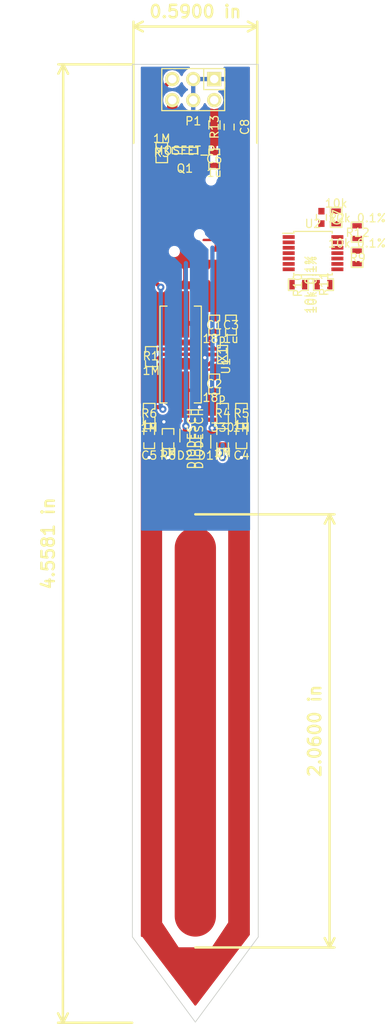
<source format=kicad_pcb>
(kicad_pcb (version 4) (host pcbnew "(2015-03-21 BZR 5528)-product")

  (general
    (links 59)
    (no_connects 21)
    (area 98.981999 26.675285 114.322001 142.472287)
    (thickness 1.6)
    (drawings 14)
    (tracks 137)
    (zones 0)
    (modules 28)
    (nets 19)
  )

  (page A4)
  (layers
    (0 F.Cu signal)
    (31 B.Cu signal)
    (32 B.Adhes user)
    (33 F.Adhes user)
    (34 B.Paste user)
    (35 F.Paste user)
    (36 B.SilkS user)
    (37 F.SilkS user)
    (38 B.Mask user)
    (39 F.Mask user)
    (40 Dwgs.User user)
    (41 Cmts.User user)
    (42 Eco1.User user)
    (43 Eco2.User user)
    (44 Edge.Cuts user)
    (45 Margin user)
    (46 B.CrtYd user)
    (47 F.CrtYd user)
    (48 B.Fab user)
    (49 F.Fab user)
  )

  (setup
    (last_trace_width 0.4064)
    (user_trace_width 0.4064)
    (user_trace_width 0.508)
    (user_trace_width 1.27)
    (user_trace_width 5)
    (trace_clearance 0.2286)
    (zone_clearance 0.2286)
    (zone_45_only no)
    (trace_min 0.254)
    (segment_width 0.2)
    (edge_width 0.1)
    (via_size 0.889)
    (via_drill 0.4)
    (via_min_size 0.889)
    (via_min_drill 0.4)
    (uvia_size 0.508)
    (uvia_drill 0.127)
    (uvias_allowed no)
    (uvia_min_size 0.4572)
    (uvia_min_drill 0.127)
    (pcb_text_width 0.3)
    (pcb_text_size 1.5 1.5)
    (mod_edge_width 0.15)
    (mod_text_size 1 1)
    (mod_text_width 0.15)
    (pad_size 1.5 1.5)
    (pad_drill 0.6)
    (pad_to_mask_clearance 0)
    (aux_axis_origin 0 0)
    (visible_elements FFFEFF7F)
    (pcbplotparams
      (layerselection 0x00030_80000001)
      (usegerberextensions false)
      (excludeedgelayer true)
      (linewidth 0.100000)
      (plotframeref false)
      (viasonmask false)
      (mode 1)
      (useauxorigin false)
      (hpglpennumber 1)
      (hpglpenspeed 20)
      (hpglpendiameter 15)
      (hpglpenoverlay 2)
      (psnegative false)
      (psa4output false)
      (plotreference true)
      (plotvalue true)
      (plotinvisibletext false)
      (padsonsilk false)
      (subtractmaskfromsilk false)
      (outputformat 1)
      (mirror false)
      (drillshape 1)
      (scaleselection 1)
      (outputdirectory ""))
  )

  (net 0 "")
  (net 1 "Net-(C1-Pad1)")
  (net 2 GND)
  (net 3 "Net-(C2-Pad1)")
  (net 4 VCC)
  (net 5 /SENSE_LOW)
  (net 6 /SENSE_HIGH)
  (net 7 /SENSOR_TRACK)
  (net 8 /~ENABLE)
  (net 9 VDD)
  (net 10 "Net-(R4-Pad2)")
  (net 11 "Net-(R12-Pad2)")
  (net 12 "Net-(R9-Pad2)")
  (net 13 "Net-(R10-Pad1)")
  (net 14 "Net-(R10-Pad2)")
  (net 15 /OUT)
  (net 16 "Net-(C7-Pad1)")
  (net 17 "Net-(R12-Pad1)")
  (net 18 "Net-(R13-Pad2)")

  (net_class Default "This is the default net class."
    (clearance 0.2286)
    (trace_width 0.254)
    (via_dia 0.889)
    (via_drill 0.4)
    (uvia_dia 0.508)
    (uvia_drill 0.127)
    (add_net /OUT)
    (add_net /SENSE_HIGH)
    (add_net /SENSE_LOW)
    (add_net /SENSOR_TRACK)
    (add_net /~ENABLE)
    (add_net GND)
    (add_net "Net-(C1-Pad1)")
    (add_net "Net-(C2-Pad1)")
    (add_net "Net-(C7-Pad1)")
    (add_net "Net-(R10-Pad1)")
    (add_net "Net-(R10-Pad2)")
    (add_net "Net-(R12-Pad1)")
    (add_net "Net-(R12-Pad2)")
    (add_net "Net-(R13-Pad2)")
    (add_net "Net-(R4-Pad2)")
    (add_net "Net-(R9-Pad2)")
    (add_net VCC)
    (add_net VDD)
  )

  (module SMD_Packages:SMD-0603_c placed (layer F.Cu) (tedit 54D226C6) (tstamp 54E30434)
    (at 108.938 58.221286 90)
    (path /54D21881)
    (attr smd)
    (fp_text reference C1 (at 0 0 180) (layer F.SilkS)
      (effects (font (size 1 1) (thickness 0.15)))
    )
    (fp_text value 18p (at -1.651 0 180) (layer F.SilkS)
      (effects (font (size 1 1) (thickness 0.15)))
    )
    (fp_line (start 0.50038 0.65024) (end 1.19888 0.65024) (layer F.SilkS) (width 0.15))
    (fp_line (start -0.50038 0.65024) (end -1.19888 0.65024) (layer F.SilkS) (width 0.15))
    (fp_line (start 0.50038 -0.65024) (end 1.19888 -0.65024) (layer F.SilkS) (width 0.15))
    (fp_line (start -1.19888 -0.65024) (end -0.50038 -0.65024) (layer F.SilkS) (width 0.15))
    (fp_line (start 1.19888 -0.635) (end 1.19888 0.635) (layer F.SilkS) (width 0.15))
    (fp_line (start -1.19888 0.635) (end -1.19888 -0.635) (layer F.SilkS) (width 0.15))
    (pad 1 smd rect (at -0.762 0 90) (size 0.635 1.143) (layers F.Cu F.Paste F.Mask)
      (net 1 "Net-(C1-Pad1)"))
    (pad 2 smd rect (at 0.762 0 90) (size 0.635 1.143) (layers F.Cu F.Paste F.Mask)
      (net 2 GND))
    (model Capacitors_SMD/C_0603.wrl
      (at (xyz 0 0 0.001))
      (scale (xyz 1 1 1))
      (rotate (xyz 0 0 0))
    )
  )

  (module Transistors_SMD:sc70-6 placed (layer F.Cu) (tedit 54D226C6) (tstamp 54E30556)
    (at 109.954 61.777286 270)
    (descr SC70-6)
    (path /54D21739)
    (attr smd)
    (fp_text reference U1 (at 1.4 -0.4 270) (layer F.SilkS)
      (effects (font (size 1 1) (thickness 0.15)))
    )
    (fp_text value NC7WZU04P6 (at 2.2 0.2 270) (layer F.SilkS) hide
      (effects (font (size 1 1) (thickness 0.15)))
    )
    (fp_line (start -1.1 0.3) (end -0.8 0.3) (layer F.SilkS) (width 0.15))
    (fp_line (start -0.8 0.3) (end -0.8 0.6) (layer F.SilkS) (width 0.15))
    (fp_line (start 1.1 0.6) (end 1.1 -0.6) (layer F.SilkS) (width 0.15))
    (fp_line (start -1.1 -0.6) (end -1.1 0.6) (layer F.SilkS) (width 0.15))
    (fp_line (start -1.1 0.6) (end 1.1 0.6) (layer F.SilkS) (width 0.15))
    (fp_line (start 1.1 -0.6) (end -1.1 -0.6) (layer F.SilkS) (width 0.15))
    (pad 1 smd rect (at -0.6604 1.016 270) (size 0.4064 0.6604) (layers F.Cu F.Paste F.Mask)
      (net 1 "Net-(C1-Pad1)"))
    (pad 3 smd rect (at 0.6604 1.016 270) (size 0.4064 0.6604) (layers F.Cu F.Paste F.Mask)
      (net 3 "Net-(C2-Pad1)"))
    (pad 2 smd rect (at 0 1.016 270) (size 0.4064 0.6604) (layers F.Cu F.Paste F.Mask)
      (net 2 GND))
    (pad 4 smd rect (at 0.6604 -1.016 270) (size 0.4064 0.6604) (layers F.Cu F.Paste F.Mask)
      (net 10 "Net-(R4-Pad2)"))
    (pad 6 smd rect (at -0.6604 -1.016 270) (size 0.4064 0.6604) (layers F.Cu F.Paste F.Mask)
      (net 3 "Net-(C2-Pad1)"))
    (pad 5 smd rect (at 0 -1.016 270) (size 0.4064 0.6604) (layers F.Cu F.Paste F.Mask)
      (net 4 VCC))
    (model Transistors_SMD/sc70-6.wrl
      (at (xyz 0 0 0))
      (scale (xyz 1 1 1))
      (rotate (xyz 0 0 0))
    )
  )

  (module SMD_Packages:SMD-0603_r placed (layer F.Cu) (tedit 54D226C6) (tstamp 54E30545)
    (at 101.318 62.031286 90)
    (path /54D2193D)
    (attr smd)
    (fp_text reference R1 (at 0.0635 -0.0635 180) (layer F.SilkS)
      (effects (font (size 1 1) (thickness 0.15)))
    )
    (fp_text value 1M (at -1.69926 0 180) (layer F.SilkS)
      (effects (font (size 1 1) (thickness 0.15)))
    )
    (fp_line (start -0.50038 -0.6985) (end -1.2065 -0.6985) (layer F.SilkS) (width 0.15))
    (fp_line (start -1.2065 -0.6985) (end -1.2065 0.6985) (layer F.SilkS) (width 0.15))
    (fp_line (start -1.2065 0.6985) (end -0.50038 0.6985) (layer F.SilkS) (width 0.15))
    (fp_line (start 1.2065 -0.6985) (end 0.50038 -0.6985) (layer F.SilkS) (width 0.15))
    (fp_line (start 1.2065 -0.6985) (end 1.2065 0.6985) (layer F.SilkS) (width 0.15))
    (fp_line (start 1.2065 0.6985) (end 0.50038 0.6985) (layer F.SilkS) (width 0.15))
    (pad 1 smd rect (at -0.762 0 90) (size 0.635 1.143) (layers F.Cu F.Paste F.Mask)
      (net 3 "Net-(C2-Pad1)"))
    (pad 2 smd rect (at 0.762 0 90) (size 0.635 1.143) (layers F.Cu F.Paste F.Mask)
      (net 1 "Net-(C1-Pad1)"))
    (model Resistors_SMD/R_0603.wrl
      (at (xyz 0 0 0.001))
      (scale (xyz 1 1 1))
      (rotate (xyz 0 0 0))
    )
  )

  (module SMD_Packages:SMD-0603_c placed (layer F.Cu) (tedit 54D226C6) (tstamp 54E30427)
    (at 110.97 58.221286 90)
    (path /54D21E5C)
    (attr smd)
    (fp_text reference C3 (at 0 0 180) (layer F.SilkS)
      (effects (font (size 1 1) (thickness 0.15)))
    )
    (fp_text value 1u (at -1.651 0 180) (layer F.SilkS)
      (effects (font (size 1 1) (thickness 0.15)))
    )
    (fp_line (start 0.50038 0.65024) (end 1.19888 0.65024) (layer F.SilkS) (width 0.15))
    (fp_line (start -0.50038 0.65024) (end -1.19888 0.65024) (layer F.SilkS) (width 0.15))
    (fp_line (start 0.50038 -0.65024) (end 1.19888 -0.65024) (layer F.SilkS) (width 0.15))
    (fp_line (start -1.19888 -0.65024) (end -0.50038 -0.65024) (layer F.SilkS) (width 0.15))
    (fp_line (start 1.19888 -0.635) (end 1.19888 0.635) (layer F.SilkS) (width 0.15))
    (fp_line (start -1.19888 0.635) (end -1.19888 -0.635) (layer F.SilkS) (width 0.15))
    (pad 1 smd rect (at -0.762 0 90) (size 0.635 1.143) (layers F.Cu F.Paste F.Mask)
      (net 4 VCC))
    (pad 2 smd rect (at 0.762 0 90) (size 0.635 1.143) (layers F.Cu F.Paste F.Mask)
      (net 2 GND))
    (model Capacitors_SMD/C_0603.wrl
      (at (xyz 0 0 0.001))
      (scale (xyz 1 1 1))
      (rotate (xyz 0 0 0))
    )
  )

  (module Crystals:Crystal_HC49-SD_SMD placed (layer F.Cu) (tedit 54D226C6) (tstamp 54E30538)
    (at 104.874 61.777286 270)
    (descr "Crystal, Quarz, HC49-SD, SMD,")
    (tags "Crystal, Quarz, HC49-SD, SMD,")
    (path /54D213EA)
    (attr smd)
    (fp_text reference X1 (at 0 -5.08 270) (layer F.SilkS)
      (effects (font (size 1 1) (thickness 0.15)))
    )
    (fp_text value 16MHz (at 2.54 5.08 270) (layer F.SilkS) hide
      (effects (font (size 1 1) (thickness 0.15)))
    )
    (fp_circle (center 0 0) (end 0.8509 0) (layer F.Adhes) (width 0.381))
    (fp_circle (center 0 0) (end 0.50038 0) (layer F.Adhes) (width 0.381))
    (fp_circle (center 0 0) (end 0.14986 0.0508) (layer F.Adhes) (width 0.381))
    (fp_line (start -5.84962 2.49936) (end 5.84962 2.49936) (layer F.SilkS) (width 0.15))
    (fp_line (start 5.84962 -2.49936) (end -5.84962 -2.49936) (layer F.SilkS) (width 0.15))
    (fp_line (start 5.84962 2.49936) (end 5.84962 1.651) (layer F.SilkS) (width 0.15))
    (fp_line (start 5.84962 -2.49936) (end 5.84962 -1.651) (layer F.SilkS) (width 0.15))
    (fp_line (start -5.84962 2.49936) (end -5.84962 1.651) (layer F.SilkS) (width 0.15))
    (fp_line (start -5.84962 -2.49936) (end -5.84962 -1.651) (layer F.SilkS) (width 0.15))
    (pad 1 smd rect (at -4.84886 0 270) (size 5.6007 2.10058) (layers F.Cu F.Paste F.Mask)
      (net 1 "Net-(C1-Pad1)"))
    (pad 2 smd rect (at 4.84886 0 270) (size 5.6007 2.10058) (layers F.Cu F.Paste F.Mask)
      (net 3 "Net-(C2-Pad1)"))
    (model ../../usr/local/share/kicad/modules/packages3d/Crystals_Oscillators_SMD/Q_49U3HMS.wrl
      (at (xyz 0 0 0))
      (scale (xyz 1 1 1))
      (rotate (xyz 0 0 0))
    )
  )

  (module SMD_Packages:SMD-0603_c placed (layer F.Cu) (tedit 54D226C6) (tstamp 54E30528)
    (at 108.938 65.333286 90)
    (path /54D218DE)
    (attr smd)
    (fp_text reference C2 (at 0 0 180) (layer F.SilkS)
      (effects (font (size 1 1) (thickness 0.15)))
    )
    (fp_text value 18p (at -1.651 0 180) (layer F.SilkS)
      (effects (font (size 1 1) (thickness 0.15)))
    )
    (fp_line (start 0.50038 0.65024) (end 1.19888 0.65024) (layer F.SilkS) (width 0.15))
    (fp_line (start -0.50038 0.65024) (end -1.19888 0.65024) (layer F.SilkS) (width 0.15))
    (fp_line (start 0.50038 -0.65024) (end 1.19888 -0.65024) (layer F.SilkS) (width 0.15))
    (fp_line (start -1.19888 -0.65024) (end -0.50038 -0.65024) (layer F.SilkS) (width 0.15))
    (fp_line (start 1.19888 -0.635) (end 1.19888 0.635) (layer F.SilkS) (width 0.15))
    (fp_line (start -1.19888 0.635) (end -1.19888 -0.635) (layer F.SilkS) (width 0.15))
    (pad 1 smd rect (at -0.762 0 90) (size 0.635 1.143) (layers F.Cu F.Paste F.Mask)
      (net 3 "Net-(C2-Pad1)"))
    (pad 2 smd rect (at 0.762 0 90) (size 0.635 1.143) (layers F.Cu F.Paste F.Mask)
      (net 2 GND))
    (model Capacitors_SMD/C_0603.wrl
      (at (xyz 0 0 0.001))
      (scale (xyz 1 1 1))
      (rotate (xyz 0 0 0))
    )
  )

  (module SMD_Packages:SMD-0603_r placed (layer F.Cu) (tedit 54D226C6) (tstamp 54E3051B)
    (at 123.698 45.212 270)
    (path /5514275D)
    (attr smd)
    (fp_text reference R2 (at 0.0635 -0.0635 360) (layer F.SilkS)
      (effects (font (size 1 1) (thickness 0.15)))
    )
    (fp_text value 10k (at -1.69926 0 360) (layer F.SilkS)
      (effects (font (size 1 1) (thickness 0.15)))
    )
    (fp_line (start -0.50038 -0.6985) (end -1.2065 -0.6985) (layer F.SilkS) (width 0.15))
    (fp_line (start -1.2065 -0.6985) (end -1.2065 0.6985) (layer F.SilkS) (width 0.15))
    (fp_line (start -1.2065 0.6985) (end -0.50038 0.6985) (layer F.SilkS) (width 0.15))
    (fp_line (start 1.2065 -0.6985) (end 0.50038 -0.6985) (layer F.SilkS) (width 0.15))
    (fp_line (start 1.2065 -0.6985) (end 1.2065 0.6985) (layer F.SilkS) (width 0.15))
    (fp_line (start 1.2065 0.6985) (end 0.50038 0.6985) (layer F.SilkS) (width 0.15))
    (pad 1 smd rect (at -0.762 0 270) (size 0.635 1.143) (layers F.Cu F.Paste F.Mask)
      (net 16 "Net-(C7-Pad1)"))
    (pad 2 smd rect (at 0.762 0 270) (size 0.635 1.143) (layers F.Cu F.Paste F.Mask)
      (net 17 "Net-(R12-Pad1)"))
    (model Resistors_SMD/R_0603.wrl
      (at (xyz 0 0 0.001))
      (scale (xyz 1 1 1))
      (rotate (xyz 0 0 0))
    )
  )

  (module SMD_Packages:SMD-0603_r placed (layer F.Cu) (tedit 54D226C6) (tstamp 54E30457)
    (at 109.954 68.889286 90)
    (path /54D2209D)
    (attr smd)
    (fp_text reference R4 (at 0 0 180) (layer F.SilkS)
      (effects (font (size 1 1) (thickness 0.15)))
    )
    (fp_text value 330 (at -1.69926 0 180) (layer F.SilkS)
      (effects (font (size 1 1) (thickness 0.15)))
    )
    (fp_line (start -0.50038 -0.6985) (end -1.2065 -0.6985) (layer F.SilkS) (width 0.15))
    (fp_line (start -1.2065 -0.6985) (end -1.2065 0.6985) (layer F.SilkS) (width 0.15))
    (fp_line (start -1.2065 0.6985) (end -0.50038 0.6985) (layer F.SilkS) (width 0.15))
    (fp_line (start 1.2065 -0.6985) (end 0.50038 -0.6985) (layer F.SilkS) (width 0.15))
    (fp_line (start 1.2065 -0.6985) (end 1.2065 0.6985) (layer F.SilkS) (width 0.15))
    (fp_line (start 1.2065 0.6985) (end 0.50038 0.6985) (layer F.SilkS) (width 0.15))
    (pad 1 smd rect (at -0.762 0 90) (size 0.635 1.143) (layers F.Cu F.Paste F.Mask)
      (net 7 /SENSOR_TRACK))
    (pad 2 smd rect (at 0.762 0 90) (size 0.635 1.143) (layers F.Cu F.Paste F.Mask)
      (net 10 "Net-(R4-Pad2)"))
    (model Resistors_SMD/R_0603.wrl
      (at (xyz 0 0 0.001))
      (scale (xyz 1 1 1))
      (rotate (xyz 0 0 0))
    )
  )

  (module SMD_Packages:SMD-0603_c placed (layer F.Cu) (tedit 54D226C6) (tstamp 54E3044A)
    (at 112.24 71.937286 270)
    (path /54D2222A)
    (attr smd)
    (fp_text reference C4 (at 2.032 0 360) (layer F.SilkS)
      (effects (font (size 1 1) (thickness 0.15)))
    )
    (fp_text value 1n (at -1.651 0 360) (layer F.SilkS)
      (effects (font (size 1 1) (thickness 0.15)))
    )
    (fp_line (start 0.50038 0.65024) (end 1.19888 0.65024) (layer F.SilkS) (width 0.15))
    (fp_line (start -0.50038 0.65024) (end -1.19888 0.65024) (layer F.SilkS) (width 0.15))
    (fp_line (start 0.50038 -0.65024) (end 1.19888 -0.65024) (layer F.SilkS) (width 0.15))
    (fp_line (start -1.19888 -0.65024) (end -0.50038 -0.65024) (layer F.SilkS) (width 0.15))
    (fp_line (start 1.19888 -0.635) (end 1.19888 0.635) (layer F.SilkS) (width 0.15))
    (fp_line (start -1.19888 0.635) (end -1.19888 -0.635) (layer F.SilkS) (width 0.15))
    (pad 1 smd rect (at -0.762 0 270) (size 0.635 1.143) (layers F.Cu F.Paste F.Mask)
      (net 5 /SENSE_LOW))
    (pad 2 smd rect (at 0.762 0 270) (size 0.635 1.143) (layers F.Cu F.Paste F.Mask)
      (net 2 GND))
    (model Capacitors_SMD/C_0603.wrl
      (at (xyz 0 0 0))
      (scale (xyz 1 1 1))
      (rotate (xyz 0 0 0))
    )
  )

  (module SMD_Packages:SMD-0603_c placed (layer F.Cu) (tedit 54D226C6) (tstamp 54E304A1)
    (at 101.064 71.937286 270)
    (path /54D22484)
    (attr smd)
    (fp_text reference C5 (at 2.032 0 360) (layer F.SilkS)
      (effects (font (size 1 1) (thickness 0.15)))
    )
    (fp_text value 1n (at -1.651 0 360) (layer F.SilkS)
      (effects (font (size 1 1) (thickness 0.15)))
    )
    (fp_line (start 0.50038 0.65024) (end 1.19888 0.65024) (layer F.SilkS) (width 0.15))
    (fp_line (start -0.50038 0.65024) (end -1.19888 0.65024) (layer F.SilkS) (width 0.15))
    (fp_line (start 0.50038 -0.65024) (end 1.19888 -0.65024) (layer F.SilkS) (width 0.15))
    (fp_line (start -1.19888 -0.65024) (end -0.50038 -0.65024) (layer F.SilkS) (width 0.15))
    (fp_line (start 1.19888 -0.635) (end 1.19888 0.635) (layer F.SilkS) (width 0.15))
    (fp_line (start -1.19888 0.635) (end -1.19888 -0.635) (layer F.SilkS) (width 0.15))
    (pad 1 smd rect (at -0.762 0 270) (size 0.635 1.143) (layers F.Cu F.Paste F.Mask)
      (net 6 /SENSE_HIGH))
    (pad 2 smd rect (at 0.762 0 270) (size 0.635 1.143) (layers F.Cu F.Paste F.Mask)
      (net 2 GND))
    (model Capacitors_SMD/C_0603.wrl
      (at (xyz 0 0 0.001))
      (scale (xyz 1 1 1))
      (rotate (xyz 0 0 0))
    )
  )

  (module Pin_Headers:Pin_Header_Straight_2x03 placed (layer F.Cu) (tedit 54D226C6) (tstamp 54E30501)
    (at 106.398 29.773286 180)
    (descr "Through hole pin header")
    (tags "pin header")
    (path /54D22B40)
    (fp_text reference P1 (at 0 -3.81 180) (layer F.SilkS)
      (effects (font (size 1 1) (thickness 0.15)))
    )
    (fp_text value CONN_01X06 (at 0 0 180) (layer F.SilkS) hide
      (effects (font (size 1 1) (thickness 0.15)))
    )
    (fp_line (start -3.81 0) (end -1.27 0) (layer F.SilkS) (width 0.15))
    (fp_line (start -1.27 0) (end -1.27 2.54) (layer F.SilkS) (width 0.15))
    (fp_line (start -3.81 2.54) (end 3.81 2.54) (layer F.SilkS) (width 0.15))
    (fp_line (start 3.81 2.54) (end 3.81 -2.54) (layer F.SilkS) (width 0.15))
    (fp_line (start 3.81 -2.54) (end -1.27 -2.54) (layer F.SilkS) (width 0.15))
    (fp_line (start -3.81 2.54) (end -3.81 0) (layer F.SilkS) (width 0.15))
    (fp_line (start -3.81 -2.54) (end -3.81 0) (layer F.SilkS) (width 0.15))
    (fp_line (start -1.27 -2.54) (end -3.81 -2.54) (layer F.SilkS) (width 0.15))
    (pad 1 thru_hole rect (at -2.54 1.27 180) (size 1.7272 1.7272) (drill 1.016) (layers *.Cu *.Mask F.SilkS)
      (net 2 GND))
    (pad 2 thru_hole oval (at -2.54 -1.27 180) (size 1.7272 1.7272) (drill 1.016) (layers *.Cu *.Mask F.SilkS)
      (net 15 /OUT))
    (pad 3 thru_hole oval (at 0 1.27 180) (size 1.7272 1.7272) (drill 1.016) (layers *.Cu *.Mask F.SilkS)
      (net 2 GND))
    (pad 4 thru_hole oval (at 0 -1.27 180) (size 1.7272 1.7272) (drill 1.016) (layers *.Cu *.Mask F.SilkS)
      (net 2 GND))
    (pad 5 thru_hole oval (at 2.54 1.27 180) (size 1.7272 1.7272) (drill 1.016) (layers *.Cu *.Mask F.SilkS)
      (net 8 /~ENABLE))
    (pad 6 thru_hole oval (at 2.54 -1.27 180) (size 1.7272 1.7272) (drill 1.016) (layers *.Cu *.Mask F.SilkS)
      (net 9 VDD))
    (model Pin_Headers/Pin_Header_Straight_2x03.wrl
      (at (xyz 0 0 0))
      (scale (xyz 1 1 1))
      (rotate (xyz 0 0 0))
    )
  )

  (module SMD_Packages:SOT-23-GDS placed (layer F.Cu) (tedit 54D226C6) (tstamp 54E304EE)
    (at 105.382 37.139286 180)
    (descr "Module CMS SOT23 Transistore EBC")
    (tags "CMS SOT")
    (path /54D22CB3)
    (attr smd)
    (fp_text reference Q1 (at 0 -2.159 180) (layer F.SilkS)
      (effects (font (size 1 1) (thickness 0.15)))
    )
    (fp_text value MOSFET_P (at 0 0 180) (layer F.SilkS)
      (effects (font (size 1 1) (thickness 0.15)))
    )
    (fp_line (start -1.524 -0.381) (end 1.524 -0.381) (layer F.SilkS) (width 0.15))
    (fp_line (start 1.524 -0.381) (end 1.524 0.381) (layer F.SilkS) (width 0.15))
    (fp_line (start 1.524 0.381) (end -1.524 0.381) (layer F.SilkS) (width 0.15))
    (fp_line (start -1.524 0.381) (end -1.524 -0.381) (layer F.SilkS) (width 0.15))
    (pad S smd rect (at -0.889 -1.016 180) (size 0.9144 0.9144) (layers F.Cu F.Paste F.Mask)
      (net 4 VCC))
    (pad G smd rect (at 0.889 -1.016 180) (size 0.9144 0.9144) (layers F.Cu F.Paste F.Mask)
      (net 8 /~ENABLE))
    (pad D smd rect (at 0 1.016 180) (size 0.9144 0.9144) (layers F.Cu F.Paste F.Mask)
      (net 9 VDD))
    (model SMD_Packages/SOT-23-GDS.wrl
      (at (xyz 0 0 0))
      (scale (xyz 0.13 0.15 0.15))
      (rotate (xyz 0 0 0))
    )
  )

  (module SMD_Packages:SMD-0603_r placed (layer F.Cu) (tedit 54D226C6) (tstamp 54E304E2)
    (at 102.588 37.393286 270)
    (path /54D22EA4)
    (attr smd)
    (fp_text reference R3 (at 0 0 360) (layer F.SilkS)
      (effects (font (size 1 1) (thickness 0.15)))
    )
    (fp_text value 1M (at -1.69926 0 360) (layer F.SilkS)
      (effects (font (size 1 1) (thickness 0.15)))
    )
    (fp_line (start -0.50038 -0.6985) (end -1.2065 -0.6985) (layer F.SilkS) (width 0.15))
    (fp_line (start -1.2065 -0.6985) (end -1.2065 0.6985) (layer F.SilkS) (width 0.15))
    (fp_line (start -1.2065 0.6985) (end -0.50038 0.6985) (layer F.SilkS) (width 0.15))
    (fp_line (start 1.2065 -0.6985) (end 0.50038 -0.6985) (layer F.SilkS) (width 0.15))
    (fp_line (start 1.2065 -0.6985) (end 1.2065 0.6985) (layer F.SilkS) (width 0.15))
    (fp_line (start 1.2065 0.6985) (end 0.50038 0.6985) (layer F.SilkS) (width 0.15))
    (pad 1 smd rect (at -0.762 0 270) (size 0.635 1.143) (layers F.Cu F.Paste F.Mask)
      (net 9 VDD))
    (pad 2 smd rect (at 0.762 0 270) (size 0.635 1.143) (layers F.Cu F.Paste F.Mask)
      (net 8 /~ENABLE))
    (model Resistors_SMD/R_0603.wrl
      (at (xyz 0 0 0.001))
      (scale (xyz 1 1 1))
      (rotate (xyz 0 0 0))
    )
  )

  (module SMD_Packages:SMD-0603_r placed (layer F.Cu) (tedit 54D226C6) (tstamp 54E30464)
    (at 112.24 68.889286 90)
    (path /54D22174)
    (attr smd)
    (fp_text reference R5 (at 0 0 180) (layer F.SilkS)
      (effects (font (size 1 1) (thickness 0.15)))
    )
    (fp_text value 1M (at -1.69926 0 180) (layer F.SilkS)
      (effects (font (size 1 1) (thickness 0.15)))
    )
    (fp_line (start -0.50038 -0.6985) (end -1.2065 -0.6985) (layer F.SilkS) (width 0.15))
    (fp_line (start -1.2065 -0.6985) (end -1.2065 0.6985) (layer F.SilkS) (width 0.15))
    (fp_line (start -1.2065 0.6985) (end -0.50038 0.6985) (layer F.SilkS) (width 0.15))
    (fp_line (start 1.2065 -0.6985) (end 0.50038 -0.6985) (layer F.SilkS) (width 0.15))
    (fp_line (start 1.2065 -0.6985) (end 1.2065 0.6985) (layer F.SilkS) (width 0.15))
    (fp_line (start 1.2065 0.6985) (end 0.50038 0.6985) (layer F.SilkS) (width 0.15))
    (pad 1 smd rect (at -0.762 0 90) (size 0.635 1.143) (layers F.Cu F.Paste F.Mask)
      (net 5 /SENSE_LOW))
    (pad 2 smd rect (at 0.762 0 90) (size 0.635 1.143) (layers F.Cu F.Paste F.Mask)
      (net 4 VCC))
    (model Resistors_SMD/R_0603.wrl
      (at (xyz 0 0 0.001))
      (scale (xyz 1 1 1))
      (rotate (xyz 0 0 0))
    )
  )

  (module SMD_Packages:SMD-0603_r placed (layer F.Cu) (tedit 54D226C6) (tstamp 54E30487)
    (at 101.064 68.889286 90)
    (path /54D2252C)
    (attr smd)
    (fp_text reference R6 (at 0 0 180) (layer F.SilkS)
      (effects (font (size 1 1) (thickness 0.15)))
    )
    (fp_text value 1M (at -1.69926 0 180) (layer F.SilkS)
      (effects (font (size 1 1) (thickness 0.15)))
    )
    (fp_line (start -0.50038 -0.6985) (end -1.2065 -0.6985) (layer F.SilkS) (width 0.15))
    (fp_line (start -1.2065 -0.6985) (end -1.2065 0.6985) (layer F.SilkS) (width 0.15))
    (fp_line (start -1.2065 0.6985) (end -0.50038 0.6985) (layer F.SilkS) (width 0.15))
    (fp_line (start 1.2065 -0.6985) (end 0.50038 -0.6985) (layer F.SilkS) (width 0.15))
    (fp_line (start 1.2065 -0.6985) (end 1.2065 0.6985) (layer F.SilkS) (width 0.15))
    (fp_line (start 1.2065 0.6985) (end 0.50038 0.6985) (layer F.SilkS) (width 0.15))
    (pad 1 smd rect (at -0.762 0 90) (size 0.635 1.143) (layers F.Cu F.Paste F.Mask)
      (net 6 /SENSE_HIGH))
    (pad 2 smd rect (at 0.762 0 90) (size 0.635 1.143) (layers F.Cu F.Paste F.Mask)
      (net 4 VCC))
    (model Resistors_SMD/R_0603.wrl
      (at (xyz 0 0 0.001))
      (scale (xyz 1 1 1))
      (rotate (xyz 0 0 0))
    )
  )

  (module SMD_Packages:SMD-0603_r placed (layer F.Cu) (tedit 54D226C6) (tstamp 54E30471)
    (at 109.954 71.937286 90)
    (path /54D222F8)
    (attr smd)
    (fp_text reference R7 (at -2.032 0 180) (layer F.SilkS)
      (effects (font (size 1 1) (thickness 0.15)))
    )
    (fp_text value 1M (at -1.69926 0 180) (layer F.SilkS)
      (effects (font (size 1 1) (thickness 0.15)))
    )
    (fp_line (start -0.50038 -0.6985) (end -1.2065 -0.6985) (layer F.SilkS) (width 0.15))
    (fp_line (start -1.2065 -0.6985) (end -1.2065 0.6985) (layer F.SilkS) (width 0.15))
    (fp_line (start -1.2065 0.6985) (end -0.50038 0.6985) (layer F.SilkS) (width 0.15))
    (fp_line (start 1.2065 -0.6985) (end 0.50038 -0.6985) (layer F.SilkS) (width 0.15))
    (fp_line (start 1.2065 -0.6985) (end 1.2065 0.6985) (layer F.SilkS) (width 0.15))
    (fp_line (start 1.2065 0.6985) (end 0.50038 0.6985) (layer F.SilkS) (width 0.15))
    (pad 1 smd rect (at -0.762 0 90) (size 0.635 1.143) (layers F.Cu F.Paste F.Mask)
      (net 2 GND))
    (pad 2 smd rect (at 0.762 0 90) (size 0.635 1.143) (layers F.Cu F.Paste F.Mask)
      (net 5 /SENSE_LOW))
    (model Resistors_SMD/R_0603.wrl
      (at (xyz 0 0 0.001))
      (scale (xyz 1 1 1))
      (rotate (xyz 0 0 0))
    )
  )

  (module SMD_Packages:SMD-0603_r placed (layer F.Cu) (tedit 54D226C6) (tstamp 54E30494)
    (at 103.35 71.937286 90)
    (path /54D221C8)
    (attr smd)
    (fp_text reference R8 (at -2.032 0 180) (layer F.SilkS)
      (effects (font (size 1 1) (thickness 0.15)))
    )
    (fp_text value 1M (at -1.69926 0 180) (layer F.SilkS)
      (effects (font (size 1 1) (thickness 0.15)))
    )
    (fp_line (start -0.50038 -0.6985) (end -1.2065 -0.6985) (layer F.SilkS) (width 0.15))
    (fp_line (start -1.2065 -0.6985) (end -1.2065 0.6985) (layer F.SilkS) (width 0.15))
    (fp_line (start -1.2065 0.6985) (end -0.50038 0.6985) (layer F.SilkS) (width 0.15))
    (fp_line (start 1.2065 -0.6985) (end 0.50038 -0.6985) (layer F.SilkS) (width 0.15))
    (fp_line (start 1.2065 -0.6985) (end 1.2065 0.6985) (layer F.SilkS) (width 0.15))
    (fp_line (start 1.2065 0.6985) (end 0.50038 0.6985) (layer F.SilkS) (width 0.15))
    (pad 1 smd rect (at -0.762 0 90) (size 0.635 1.143) (layers F.Cu F.Paste F.Mask)
      (net 2 GND))
    (pad 2 smd rect (at 0.762 0 90) (size 0.635 1.143) (layers F.Cu F.Paste F.Mask)
      (net 6 /SENSE_HIGH))
    (model Resistors_SMD/R_0603.wrl
      (at (xyz 0 0 0.001))
      (scale (xyz 1 1 1))
      (rotate (xyz 0 0 0))
    )
  )

  (module SMD_Packages:SMD-0603_c (layer F.Cu) (tedit 54D24E80) (tstamp 54E304D5)
    (at 108.938 38.155286 90)
    (path /54D2428C)
    (attr smd)
    (fp_text reference C6 (at 0 0 180) (layer F.SilkS)
      (effects (font (size 1 1) (thickness 0.15)))
    )
    (fp_text value 1u (at -1.651 0 180) (layer F.SilkS)
      (effects (font (size 1 1) (thickness 0.15)))
    )
    (fp_line (start 0.50038 0.65024) (end 1.19888 0.65024) (layer F.SilkS) (width 0.15))
    (fp_line (start -0.50038 0.65024) (end -1.19888 0.65024) (layer F.SilkS) (width 0.15))
    (fp_line (start 0.50038 -0.65024) (end 1.19888 -0.65024) (layer F.SilkS) (width 0.15))
    (fp_line (start -1.19888 -0.65024) (end -0.50038 -0.65024) (layer F.SilkS) (width 0.15))
    (fp_line (start 1.19888 -0.635) (end 1.19888 0.635) (layer F.SilkS) (width 0.15))
    (fp_line (start -1.19888 0.635) (end -1.19888 -0.635) (layer F.SilkS) (width 0.15))
    (pad 1 smd rect (at -0.762 0 90) (size 0.635 1.143) (layers F.Cu F.Paste F.Mask)
      (net 4 VCC))
    (pad 2 smd rect (at 0.762 0 90) (size 0.635 1.143) (layers F.Cu F.Paste F.Mask)
      (net 2 GND))
    (model Capacitors_SMD/C_0603.wrl
      (at (xyz 0 0 0.001))
      (scale (xyz 1 1 1))
      (rotate (xyz 0 0 0))
    )
  )

  (module SMD_Packages:SOD-523 (layer F.Cu) (tedit 54D255C3) (tstamp 54E3043D)
    (at 107.922 71.937286 270)
    (descr "http://www.diodes.com/datasheets/ap02001.pdf p.144")
    (tags "Diode SOD523")
    (path /54D21FCD)
    (fp_text reference D1 (at 2.032 0 360) (layer F.SilkS)
      (effects (font (size 1 1) (thickness 0.15)))
    )
    (fp_text value DIODESCH (at 0 1.7 270) (layer F.SilkS)
      (effects (font (size 1 1) (thickness 0.15)))
    )
    (fp_line (start -0.4 0.6) (end 1.15 0.6) (layer F.SilkS) (width 0.15))
    (fp_line (start -0.4 -0.6) (end 1.15 -0.6) (layer F.SilkS) (width 0.15))
    (pad 1 smd rect (at -0.7 0 270) (size 0.6 0.7) (layers F.Cu F.Paste F.Mask)
      (net 5 /SENSE_LOW))
    (pad 2 smd rect (at 0.7 0 270) (size 0.6 0.7) (layers F.Cu F.Paste F.Mask)
      (net 7 /SENSOR_TRACK))
  )

  (module SMD_Packages:SOD-523 (layer F.Cu) (tedit 54D255C3) (tstamp 54E3047A)
    (at 105.382 71.937286 90)
    (descr "http://www.diodes.com/datasheets/ap02001.pdf p.144")
    (tags "Diode SOD523")
    (path /54D22068)
    (fp_text reference D2 (at -2.032 0 180) (layer F.SilkS)
      (effects (font (size 1 1) (thickness 0.15)))
    )
    (fp_text value DIODESCH (at 0 1.7 90) (layer F.SilkS)
      (effects (font (size 1 1) (thickness 0.15)))
    )
    (fp_line (start -0.4 0.6) (end 1.15 0.6) (layer F.SilkS) (width 0.15))
    (fp_line (start -0.4 -0.6) (end 1.15 -0.6) (layer F.SilkS) (width 0.15))
    (pad 1 smd rect (at -0.7 0 90) (size 0.6 0.7) (layers F.Cu F.Paste F.Mask)
      (net 7 /SENSOR_TRACK))
    (pad 2 smd rect (at 0.7 0 90) (size 0.6 0.7) (layers F.Cu F.Paste F.Mask)
      (net 6 /SENSE_HIGH))
  )

  (module SMD_Packages:SMD-0603_r (layer F.Cu) (tedit 54D2ACB4) (tstamp 54E3050E)
    (at 126.238 50.038 270)
    (path /54D2B12F)
    (attr smd)
    (fp_text reference R9 (at 0.0635 -0.0635 360) (layer F.SilkS)
      (effects (font (size 1 1) (thickness 0.15)))
    )
    (fp_text value "10k 0.1%" (at -1.69926 0 360) (layer F.SilkS)
      (effects (font (size 1 1) (thickness 0.15)))
    )
    (fp_line (start -0.50038 -0.6985) (end -1.2065 -0.6985) (layer F.SilkS) (width 0.15))
    (fp_line (start -1.2065 -0.6985) (end -1.2065 0.6985) (layer F.SilkS) (width 0.15))
    (fp_line (start -1.2065 0.6985) (end -0.50038 0.6985) (layer F.SilkS) (width 0.15))
    (fp_line (start 1.2065 -0.6985) (end 0.50038 -0.6985) (layer F.SilkS) (width 0.15))
    (fp_line (start 1.2065 -0.6985) (end 1.2065 0.6985) (layer F.SilkS) (width 0.15))
    (fp_line (start 1.2065 0.6985) (end 0.50038 0.6985) (layer F.SilkS) (width 0.15))
    (pad 1 smd rect (at -0.762 0 270) (size 0.635 1.143) (layers F.Cu F.Paste F.Mask)
      (net 11 "Net-(R12-Pad2)"))
    (pad 2 smd rect (at 0.762 0 270) (size 0.635 1.143) (layers F.Cu F.Paste F.Mask)
      (net 12 "Net-(R9-Pad2)"))
    (model Resistors_SMD/R_0603.wrl
      (at (xyz 0 0 0.001))
      (scale (xyz 1 1 1))
      (rotate (xyz 0 0 0))
    )
  )

  (module SMD_Packages:SMD-0603_r (layer F.Cu) (tedit 54D2ACB4) (tstamp 54E3041A)
    (at 119.126 53.34 180)
    (path /54D2B156)
    (attr smd)
    (fp_text reference R10 (at 0.0635 -0.0635 270) (layer F.SilkS)
      (effects (font (size 1 1) (thickness 0.15)))
    )
    (fp_text value "10k 0.1%" (at -1.69926 0 270) (layer F.SilkS)
      (effects (font (size 1 1) (thickness 0.15)))
    )
    (fp_line (start -0.50038 -0.6985) (end -1.2065 -0.6985) (layer F.SilkS) (width 0.15))
    (fp_line (start -1.2065 -0.6985) (end -1.2065 0.6985) (layer F.SilkS) (width 0.15))
    (fp_line (start -1.2065 0.6985) (end -0.50038 0.6985) (layer F.SilkS) (width 0.15))
    (fp_line (start 1.2065 -0.6985) (end 0.50038 -0.6985) (layer F.SilkS) (width 0.15))
    (fp_line (start 1.2065 -0.6985) (end 1.2065 0.6985) (layer F.SilkS) (width 0.15))
    (fp_line (start 1.2065 0.6985) (end 0.50038 0.6985) (layer F.SilkS) (width 0.15))
    (pad 1 smd rect (at -0.762 0 180) (size 0.635 1.143) (layers F.Cu F.Paste F.Mask)
      (net 13 "Net-(R10-Pad1)"))
    (pad 2 smd rect (at 0.762 0 180) (size 0.635 1.143) (layers F.Cu F.Paste F.Mask)
      (net 14 "Net-(R10-Pad2)"))
    (model Resistors_SMD/R_0603.wrl
      (at (xyz 0 0 0.001))
      (scale (xyz 1 1 1))
      (rotate (xyz 0 0 0))
    )
  )

  (module SMD_Packages:SMD-0603_r (layer F.Cu) (tedit 54D2ACB4) (tstamp 54E3040D)
    (at 122.174 53.34)
    (path /54D2B17D)
    (attr smd)
    (fp_text reference R11 (at 0.0635 -0.0635 90) (layer F.SilkS)
      (effects (font (size 1 1) (thickness 0.15)))
    )
    (fp_text value "10k 0.1%" (at -1.69926 0 90) (layer F.SilkS)
      (effects (font (size 1 1) (thickness 0.15)))
    )
    (fp_line (start -0.50038 -0.6985) (end -1.2065 -0.6985) (layer F.SilkS) (width 0.15))
    (fp_line (start -1.2065 -0.6985) (end -1.2065 0.6985) (layer F.SilkS) (width 0.15))
    (fp_line (start -1.2065 0.6985) (end -0.50038 0.6985) (layer F.SilkS) (width 0.15))
    (fp_line (start 1.2065 -0.6985) (end 0.50038 -0.6985) (layer F.SilkS) (width 0.15))
    (fp_line (start 1.2065 -0.6985) (end 1.2065 0.6985) (layer F.SilkS) (width 0.15))
    (fp_line (start 1.2065 0.6985) (end 0.50038 0.6985) (layer F.SilkS) (width 0.15))
    (pad 1 smd rect (at -0.762 0) (size 0.635 1.143) (layers F.Cu F.Paste F.Mask)
      (net 13 "Net-(R10-Pad1)"))
    (pad 2 smd rect (at 0.762 0) (size 0.635 1.143) (layers F.Cu F.Paste F.Mask)
      (net 2 GND))
    (model Resistors_SMD/R_0603.wrl
      (at (xyz 0 0 0.001))
      (scale (xyz 1 1 1))
      (rotate (xyz 0 0 0))
    )
  )

  (module SMD_Packages:SMD-0603_r (layer F.Cu) (tedit 54D2ACB4) (tstamp 54E304C8)
    (at 126.238 46.99 270)
    (path /54D2B42B)
    (attr smd)
    (fp_text reference R12 (at 0.0635 -0.0635 360) (layer F.SilkS)
      (effects (font (size 1 1) (thickness 0.15)))
    )
    (fp_text value "10k 0.1%" (at -1.69926 0 360) (layer F.SilkS)
      (effects (font (size 1 1) (thickness 0.15)))
    )
    (fp_line (start -0.50038 -0.6985) (end -1.2065 -0.6985) (layer F.SilkS) (width 0.15))
    (fp_line (start -1.2065 -0.6985) (end -1.2065 0.6985) (layer F.SilkS) (width 0.15))
    (fp_line (start -1.2065 0.6985) (end -0.50038 0.6985) (layer F.SilkS) (width 0.15))
    (fp_line (start 1.2065 -0.6985) (end 0.50038 -0.6985) (layer F.SilkS) (width 0.15))
    (fp_line (start 1.2065 -0.6985) (end 1.2065 0.6985) (layer F.SilkS) (width 0.15))
    (fp_line (start 1.2065 0.6985) (end 0.50038 0.6985) (layer F.SilkS) (width 0.15))
    (pad 1 smd rect (at -0.762 0 270) (size 0.635 1.143) (layers F.Cu F.Paste F.Mask)
      (net 17 "Net-(R12-Pad1)"))
    (pad 2 smd rect (at 0.762 0 270) (size 0.635 1.143) (layers F.Cu F.Paste F.Mask)
      (net 11 "Net-(R12-Pad2)"))
    (model Resistors_SMD/R_0603.wrl
      (at (xyz 0 0 0.001))
      (scale (xyz 1 1 1))
      (rotate (xyz 0 0 0))
    )
  )

  (module Housings_SSOP:TSSOP-14_4.4x5mm_Pitch0.65mm (layer F.Cu) (tedit 54130A77) (tstamp 5513FE28)
    (at 120.904 49.53)
    (descr "14-Lead Plastic Thin Shrink Small Outline (ST)-4.4 mm Body [TSSOP] (see Microchip Packaging Specification 00000049BS.pdf)")
    (tags "SSOP 0.65")
    (path /54D2AB47)
    (attr smd)
    (fp_text reference U2 (at 0 -3.55) (layer F.SilkS)
      (effects (font (size 1 1) (thickness 0.15)))
    )
    (fp_text value LM324 (at 0 3.55) (layer F.Fab)
      (effects (font (size 1 1) (thickness 0.15)))
    )
    (fp_line (start -3.95 -2.8) (end -3.95 2.8) (layer F.CrtYd) (width 0.05))
    (fp_line (start 3.95 -2.8) (end 3.95 2.8) (layer F.CrtYd) (width 0.05))
    (fp_line (start -3.95 -2.8) (end 3.95 -2.8) (layer F.CrtYd) (width 0.05))
    (fp_line (start -3.95 2.8) (end 3.95 2.8) (layer F.CrtYd) (width 0.05))
    (fp_line (start -2.325 -2.625) (end -2.325 -2.4) (layer F.SilkS) (width 0.15))
    (fp_line (start 2.325 -2.625) (end 2.325 -2.4) (layer F.SilkS) (width 0.15))
    (fp_line (start 2.325 2.625) (end 2.325 2.4) (layer F.SilkS) (width 0.15))
    (fp_line (start -2.325 2.625) (end -2.325 2.4) (layer F.SilkS) (width 0.15))
    (fp_line (start -2.325 -2.625) (end 2.325 -2.625) (layer F.SilkS) (width 0.15))
    (fp_line (start -2.325 2.625) (end 2.325 2.625) (layer F.SilkS) (width 0.15))
    (fp_line (start -2.325 -2.4) (end -3.675 -2.4) (layer F.SilkS) (width 0.15))
    (pad 1 smd rect (at -2.95 -1.95) (size 1.45 0.45) (layers F.Cu F.Paste F.Mask)
      (net 18 "Net-(R13-Pad2)"))
    (pad 2 smd rect (at -2.95 -1.3) (size 1.45 0.45) (layers F.Cu F.Paste F.Mask)
      (net 18 "Net-(R13-Pad2)"))
    (pad 3 smd rect (at -2.95 -0.65) (size 1.45 0.45) (layers F.Cu F.Paste F.Mask)
      (net 16 "Net-(C7-Pad1)"))
    (pad 4 smd rect (at -2.95 0) (size 1.45 0.45) (layers F.Cu F.Paste F.Mask)
      (net 4 VCC))
    (pad 5 smd rect (at -2.95 0.65) (size 1.45 0.45) (layers F.Cu F.Paste F.Mask)
      (net 6 /SENSE_HIGH))
    (pad 6 smd rect (at -2.95 1.3) (size 1.45 0.45) (layers F.Cu F.Paste F.Mask)
      (net 14 "Net-(R10-Pad2)"))
    (pad 7 smd rect (at -2.95 1.95) (size 1.45 0.45) (layers F.Cu F.Paste F.Mask)
      (net 14 "Net-(R10-Pad2)"))
    (pad 8 smd rect (at 2.95 1.95) (size 1.45 0.45) (layers F.Cu F.Paste F.Mask)
      (net 12 "Net-(R9-Pad2)"))
    (pad 9 smd rect (at 2.95 1.3) (size 1.45 0.45) (layers F.Cu F.Paste F.Mask)
      (net 12 "Net-(R9-Pad2)"))
    (pad 10 smd rect (at 2.95 0.65) (size 1.45 0.45) (layers F.Cu F.Paste F.Mask)
      (net 5 /SENSE_LOW))
    (pad 11 smd rect (at 2.95 0) (size 1.45 0.45) (layers F.Cu F.Paste F.Mask)
      (net 2 GND))
    (pad 12 smd rect (at 2.95 -0.65) (size 1.45 0.45) (layers F.Cu F.Paste F.Mask)
      (net 13 "Net-(R10-Pad1)"))
    (pad 13 smd rect (at 2.95 -1.3) (size 1.45 0.45) (layers F.Cu F.Paste F.Mask)
      (net 11 "Net-(R12-Pad2)"))
    (pad 14 smd rect (at 2.95 -1.95) (size 1.45 0.45) (layers F.Cu F.Paste F.Mask)
      (net 17 "Net-(R12-Pad1)"))
    (model Housings_SSOP.3dshapes/TSSOP-14_4.4x5mm_Pitch0.65mm.wrl
      (at (xyz 0 0 0))
      (scale (xyz 1 1 1))
      (rotate (xyz 0 0 0))
    )
  )

  (module Capacitors_SMD:C_0603 (layer F.Cu) (tedit 5415D631) (tstamp 5513FF58)
    (at 121.92 45.212 270)
    (descr "Capacitor SMD 0603, reflow soldering, AVX (see smccp.pdf)")
    (tags "capacitor 0603")
    (path /551427DB)
    (attr smd)
    (fp_text reference C7 (at 0 -1.9 270) (layer F.SilkS)
      (effects (font (size 1 1) (thickness 0.15)))
    )
    (fp_text value 1u (at 0 1.9 270) (layer F.Fab)
      (effects (font (size 1 1) (thickness 0.15)))
    )
    (fp_line (start -1.45 -0.75) (end 1.45 -0.75) (layer F.CrtYd) (width 0.05))
    (fp_line (start -1.45 0.75) (end 1.45 0.75) (layer F.CrtYd) (width 0.05))
    (fp_line (start -1.45 -0.75) (end -1.45 0.75) (layer F.CrtYd) (width 0.05))
    (fp_line (start 1.45 -0.75) (end 1.45 0.75) (layer F.CrtYd) (width 0.05))
    (fp_line (start -0.35 -0.6) (end 0.35 -0.6) (layer F.SilkS) (width 0.15))
    (fp_line (start 0.35 0.6) (end -0.35 0.6) (layer F.SilkS) (width 0.15))
    (pad 1 smd rect (at -0.75 0 270) (size 0.8 0.75) (layers F.Cu F.Paste F.Mask)
      (net 16 "Net-(C7-Pad1)"))
    (pad 2 smd rect (at 0.75 0 270) (size 0.8 0.75) (layers F.Cu F.Paste F.Mask)
      (net 2 GND))
    (model Capacitors_SMD.3dshapes/C_0603.wrl
      (at (xyz 0 0 0))
      (scale (xyz 1 1 1))
      (rotate (xyz 0 0 0))
    )
  )

  (module Capacitors_SMD:C_0603 (layer F.Cu) (tedit 5415D631) (tstamp 5513FF5E)
    (at 110.744 34.29 270)
    (descr "Capacitor SMD 0603, reflow soldering, AVX (see smccp.pdf)")
    (tags "capacitor 0603")
    (path /551434BC)
    (attr smd)
    (fp_text reference C8 (at 0 -1.9 270) (layer F.SilkS)
      (effects (font (size 1 1) (thickness 0.15)))
    )
    (fp_text value 1u (at 0 1.9 270) (layer F.Fab)
      (effects (font (size 1 1) (thickness 0.15)))
    )
    (fp_line (start -1.45 -0.75) (end 1.45 -0.75) (layer F.CrtYd) (width 0.05))
    (fp_line (start -1.45 0.75) (end 1.45 0.75) (layer F.CrtYd) (width 0.05))
    (fp_line (start -1.45 -0.75) (end -1.45 0.75) (layer F.CrtYd) (width 0.05))
    (fp_line (start 1.45 -0.75) (end 1.45 0.75) (layer F.CrtYd) (width 0.05))
    (fp_line (start -0.35 -0.6) (end 0.35 -0.6) (layer F.SilkS) (width 0.15))
    (fp_line (start 0.35 0.6) (end -0.35 0.6) (layer F.SilkS) (width 0.15))
    (pad 1 smd rect (at -0.75 0 270) (size 0.8 0.75) (layers F.Cu F.Paste F.Mask)
      (net 15 /OUT))
    (pad 2 smd rect (at 0.75 0 270) (size 0.8 0.75) (layers F.Cu F.Paste F.Mask)
      (net 2 GND))
    (model Capacitors_SMD.3dshapes/C_0603.wrl
      (at (xyz 0 0 0))
      (scale (xyz 1 1 1))
      (rotate (xyz 0 0 0))
    )
  )

  (module Resistors_SMD:R_0603 (layer F.Cu) (tedit 5513FF76) (tstamp 5513FF64)
    (at 108.966 34.036 270)
    (descr "Resistor SMD 0603, reflow soldering, Vishay (see dcrcw.pdf)")
    (tags "resistor 0603")
    (path /551426A3)
    (attr smd)
    (fp_text reference R13 (at 0.254 0 270) (layer F.SilkS)
      (effects (font (size 1 1) (thickness 0.15)))
    )
    (fp_text value 330 (at 0 1.9 270) (layer F.Fab)
      (effects (font (size 1 1) (thickness 0.15)))
    )
    (fp_line (start -1.3 -0.8) (end 1.3 -0.8) (layer F.CrtYd) (width 0.05))
    (fp_line (start -1.3 0.8) (end 1.3 0.8) (layer F.CrtYd) (width 0.05))
    (fp_line (start -1.3 -0.8) (end -1.3 0.8) (layer F.CrtYd) (width 0.05))
    (fp_line (start 1.3 -0.8) (end 1.3 0.8) (layer F.CrtYd) (width 0.05))
    (fp_line (start 0.5 0.675) (end -0.5 0.675) (layer F.SilkS) (width 0.15))
    (fp_line (start -0.5 -0.675) (end 0.5 -0.675) (layer F.SilkS) (width 0.15))
    (pad 1 smd rect (at -0.75 0 270) (size 0.5 0.9) (layers F.Cu F.Paste F.Mask)
      (net 15 /OUT))
    (pad 2 smd rect (at 0.75 0 270) (size 0.5 0.9) (layers F.Cu F.Paste F.Mask)
      (net 18 "Net-(R13-Pad2)"))
    (model Resistors_SMD.3dshapes/R_0603.wrl
      (at (xyz 0 0 0))
      (scale (xyz 1 1 1))
      (rotate (xyz 0 0 0))
    )
  )

  (dimension 52.324 (width 0.3) (layer F.SilkS)
    (gr_text "52,324 mm" (at 124.258 107.243286 90) (layer F.SilkS)
      (effects (font (size 1.5 1.5) (thickness 0.3)))
    )
    (feature1 (pts (xy 106.652 81.081286) (xy 125.608 81.081286)))
    (feature2 (pts (xy 106.652 133.405286) (xy 125.608 133.405286)))
    (crossbar (pts (xy 122.908 133.405286) (xy 122.908 81.081286)))
    (arrow1a (pts (xy 122.908 81.081286) (xy 123.494421 82.20779)))
    (arrow1b (pts (xy 122.908 81.081286) (xy 122.321579 82.20779)))
    (arrow2a (pts (xy 122.908 133.405286) (xy 123.494421 132.278782)))
    (arrow2b (pts (xy 122.908 133.405286) (xy 122.321579 132.278782)))
  )
  (gr_line (start 106.652 142.422286) (end 114.272 132.135286) (layer Edge.Cuts) (width 0.1) (tstamp 54E30228))
  (gr_line (start 99.032 132.135286) (end 106.652 142.422286) (layer Edge.Cuts) (width 0.1) (tstamp 54E30229))
  (dimension 115.774718 (width 0.3) (layer F.SilkS) (tstamp 54E302C6)
    (gr_text "115,775 mm" (at 89.284 84.609953 89.98416351) (layer F.SilkS) (tstamp 54E302C7)
      (effects (font (size 1.5 1.5) (thickness 0.3)))
    )
    (feature1 (pts (xy 99 142.5) (xy 87.918 142.496937)))
    (feature2 (pts (xy 99.032 26.725286) (xy 87.95 26.722223)))
    (crossbar (pts (xy 90.65 26.722969) (xy 90.618 142.497683)))
    (arrow1a (pts (xy 90.618 142.497683) (xy 90.031891 141.371017)))
    (arrow1b (pts (xy 90.618 142.497683) (xy 91.204732 141.371341)))
    (arrow2a (pts (xy 90.65 26.722969) (xy 90.063268 27.849311)))
    (arrow2b (pts (xy 90.65 26.722969) (xy 91.236109 27.849635)))
  )
  (gr_line (start 99.032 30.535286) (end 99.032 26.725286) (angle 90) (layer Edge.Cuts) (width 0.1) (tstamp 54E30221))
  (gr_line (start 114.272 30.535286) (end 114.272 26.725286) (angle 90) (layer Edge.Cuts) (width 0.1) (tstamp 54E30222))
  (gr_line (start 114.272 30.535286) (end 114.272 33.075286) (angle 90) (layer Edge.Cuts) (width 0.1) (tstamp 54E30223))
  (gr_line (start 99.032 26.725286) (end 114.272 26.725286) (angle 90) (layer Edge.Cuts) (width 0.1) (tstamp 54E30220))
  (gr_line (start 99.032 33.075286) (end 99.032 30.535286) (angle 90) (layer Edge.Cuts) (width 0.1) (tstamp 54E30224))
  (gr_line (start 99.032 132.135286) (end 99.032 71.175286) (angle 90) (layer Edge.Cuts) (width 0.1) (tstamp 54E30227))
  (gr_line (start 114.272 71.175286) (end 114.272 132.135286) (angle 90) (layer Edge.Cuts) (width 0.1) (tstamp 54E30225))
  (gr_line (start 99.032 71.175286) (end 99.032 33.075286) (layer Edge.Cuts) (width 0.1) (tstamp 54E30226))
  (gr_line (start 114.272 33.075286) (end 114.272 71.175286) (layer Edge.Cuts) (width 0.1) (tstamp 54E3022A))
  (dimension 14.986 (width 0.3) (layer F.SilkS) (tstamp 54E302C4)
    (gr_text "14,986 mm" (at 106.652 20.803286) (layer F.SilkS) (tstamp 54E302C5)
      (effects (font (size 1.5 1.5) (thickness 0.3)))
    )
    (feature1 (pts (xy 99.159 36.203286) (xy 99.159 19.453286)))
    (feature2 (pts (xy 114.145 36.203286) (xy 114.145 19.453286)))
    (crossbar (pts (xy 114.145 22.153286) (xy 99.159 22.153286)))
    (arrow1a (pts (xy 99.159 22.153286) (xy 100.285504 21.566865)))
    (arrow1b (pts (xy 99.159 22.153286) (xy 100.285504 22.739707)))
    (arrow2a (pts (xy 114.145 22.153286) (xy 113.018496 21.566865)))
    (arrow2b (pts (xy 114.145 22.153286) (xy 113.018496 22.739707)))
  )

  (segment (start 109.954 72.699286) (end 109.954 74.223286) (width 0.508) (layer B.Cu) (net 0))
  (via (at 109.954 74.223286) (size 0.889) (layers F.Cu B.Cu) (net 0))
  (segment (start 108.06043 60.114856) (end 104.874 56.928426) (width 0.4064) (layer F.Cu) (net 1) (tstamp 54D22E13))
  (segment (start 108.938 58.983286) (end 108.938 59.237286) (width 0.4064) (layer F.Cu) (net 1))
  (segment (start 108.938 60.992426) (end 108.06043 60.114856) (width 0.4064) (layer F.Cu) (net 1) (tstamp 54D22DF8))
  (segment (start 108.938 59.237286) (end 108.06043 60.114856) (width 0.4064) (layer F.Cu) (net 1) (tstamp 54D22E09))
  (segment (start 108.938 61.116886) (end 108.938 60.992426) (width 0.4064) (layer F.Cu) (net 1))
  (segment (start 101.4704 61.116886) (end 101.318 61.269286) (width 0.4064) (layer F.Cu) (net 1))
  (segment (start 108.938 61.116886) (end 101.4704 61.116886) (width 0.4064) (layer F.Cu) (net 1))
  (segment (start 103.35 74.223286) (end 103.35 70.413286) (width 0.254) (layer B.Cu) (net 2))
  (via (at 102.842 69.905286) (size 0.889) (layers F.Cu B.Cu) (net 2))
  (segment (start 103.35 70.413286) (end 102.842 69.905286) (width 0.254) (layer B.Cu) (net 2) (tstamp 54D274F5))
  (segment (start 103.35 74.223286) (end 104.62 74.223286) (width 0.254) (layer B.Cu) (net 2))
  (via (at 103.35 74.223286) (size 0.889) (layers F.Cu B.Cu) (net 2))
  (segment (start 103.35 72.699286) (end 103.35 74.223286) (width 0.508) (layer F.Cu) (net 2))
  (via (at 107.16 68.127286) (size 0.889) (layers F.Cu B.Cu) (net 2))
  (segment (start 107.16 71.683286) (end 107.16 68.127286) (width 0.254) (layer B.Cu) (net 2) (tstamp 54D274DC))
  (segment (start 104.62 74.223286) (end 107.16 71.683286) (width 0.254) (layer B.Cu) (net 2) (tstamp 54D274DA))
  (segment (start 101.064 72.699286) (end 101.064 74.223286) (width 0.508) (layer F.Cu) (net 2))
  (via (at 101.064 74.223286) (size 0.889) (layers F.Cu B.Cu) (net 2))
  (segment (start 112.24 72.699286) (end 112.24 74.223286) (width 0.508) (layer F.Cu) (net 2))
  (via (at 112.24 74.223286) (size 0.889) (layers F.Cu B.Cu) (net 2))
  (via (at 107.795 62.158286) (size 0.889) (layers F.Cu B.Cu) (net 2))
  (segment (start 108.176 61.777286) (end 107.795 62.158286) (width 0.4064) (layer F.Cu) (net 2))
  (segment (start 108.938 61.777286) (end 108.176 61.777286) (width 0.4064) (layer F.Cu) (net 2))
  (segment (start 109.954 63.5) (end 110.236 63.782) (width 0.4064) (layer F.Cu) (net 3))
  (segment (start 109.954 63.5) (end 109.954 62.285286) (width 0.4064) (layer F.Cu) (net 3) (tstamp 5513FFEF))
  (segment (start 110.236 63.782) (end 110.236 65.532) (width 0.4064) (layer F.Cu) (net 3) (tstamp 5513FFF1))
  (segment (start 110.236 65.532) (end 109.672714 66.095286) (width 0.4064) (layer F.Cu) (net 3) (tstamp 5513FFFA))
  (segment (start 109.672714 66.095286) (end 108.938 66.095286) (width 0.508) (layer F.Cu) (net 3) (tstamp 5513FFFC))
  (segment (start 105.40486 66.095286) (end 104.874 66.626146) (width 0.4064) (layer F.Cu) (net 3) (tstamp 54D22E78))
  (segment (start 105.40486 66.349286) (end 105.128 66.626146) (width 0.508) (layer F.Cu) (net 3) (tstamp 54D22A42))
  (segment (start 108.938 66.095286) (end 105.40486 66.095286) (width 0.4064) (layer F.Cu) (net 3))
  (segment (start 110.97 61.116886) (end 110.2334 61.116886) (width 0.254) (layer F.Cu) (net 3))
  (segment (start 109.954 61.396286) (end 109.954 62.285286) (width 0.254) (layer F.Cu) (net 3) (tstamp 54D25B38))
  (segment (start 110.2334 61.116886) (end 109.954 61.396286) (width 0.254) (layer F.Cu) (net 3) (tstamp 54D25B2F))
  (segment (start 109.954 62.285286) (end 109.8016 62.437686) (width 0.254) (layer F.Cu) (net 3) (tstamp 54D25B3D))
  (segment (start 109.8016 62.437686) (end 108.938 62.437686) (width 0.254) (layer F.Cu) (net 3) (tstamp 54D25B3F))
  (segment (start 109.8016 62.437686) (end 109.954 62.285286) (width 0.4064) (layer F.Cu) (net 3) (tstamp 54D22ABC))
  (segment (start 109.192 62.437686) (end 109.8016 62.437686) (width 0.4064) (layer F.Cu) (net 3))
  (segment (start 106.091684 61.751896) (end 102.61339 61.751896) (width 0.4064) (layer F.Cu) (net 3))
  (segment (start 107.374375 63.034587) (end 106.091684 61.751896) (width 0.4064) (layer F.Cu) (net 3))
  (segment (start 108.214099 63.034587) (end 107.374375 63.034587) (width 0.4064) (layer F.Cu) (net 3))
  (segment (start 108.811 62.437686) (end 108.214099 63.034587) (width 0.4064) (layer F.Cu) (net 3))
  (segment (start 101.572 62.793286) (end 101.318 62.793286) (width 0.4064) (layer F.Cu) (net 3))
  (segment (start 102.61339 61.751896) (end 101.572 62.793286) (width 0.4064) (layer F.Cu) (net 3))
  (segment (start 108.938 62.437686) (end 108.811 62.437686) (width 0.4064) (layer F.Cu) (net 3))
  (segment (start 111.7066 61.777286) (end 111.7066 61.863644) (width 0.4064) (layer F.Cu) (net 4))
  (segment (start 111.76 61.917044) (end 111.76 67.564) (width 0.4064) (layer F.Cu) (net 4))
  (segment (start 111.7066 61.863644) (end 111.76 61.917044) (width 0.4064) (layer F.Cu) (net 4))
  (segment (start 111.76 67.564) (end 112.24 68.044) (width 0.4064) (layer F.Cu) (net 4))
  (segment (start 112.24 68.044) (end 112.24 68.127286) (width 0.4064) (layer F.Cu) (net 4))
  (segment (start 100.343643 47.257643) (end 100.343643 42.150357) (width 0.508) (layer F.Cu) (net 4))
  (segment (start 106.580286 39.37) (end 107.033 38.917286) (width 0.508) (layer F.Cu) (net 4) (tstamp 5513FEAA))
  (segment (start 103.124 39.37) (end 106.580286 39.37) (width 0.508) (layer F.Cu) (net 4) (tstamp 5513FEA7))
  (segment (start 100.343643 42.150357) (end 103.124 39.37) (width 0.508) (layer F.Cu) (net 4) (tstamp 5513FEA5))
  (segment (start 102.461 53.649286) (end 102.417286 53.649286) (width 0.508) (layer F.Cu) (net 4))
  (segment (start 100.33 47.271286) (end 100.343643 47.257643) (width 0.508) (layer F.Cu) (net 4) (tstamp 5513FE9A))
  (segment (start 100.33 51.562) (end 100.33 47.271286) (width 0.508) (layer F.Cu) (net 4) (tstamp 5513FE93))
  (segment (start 102.417286 53.649286) (end 100.33 51.562) (width 0.508) (layer F.Cu) (net 4) (tstamp 5513FE7E))
  (segment (start 108.684 38.917286) (end 108.938 38.917286) (width 0.508) (layer F.Cu) (net 4) (tstamp 5513FE9F))
  (via (at 102.461 53.649286) (size 0.889) (drill 0.4) (layers F.Cu B.Cu) (net 4))
  (segment (start 108.938 38.917286) (end 108.684 38.917286) (width 0.508) (layer F.Cu) (net 4))
  (segment (start 112.24 49.839286) (end 112.24 50.116845) (width 0.508) (layer F.Cu) (net 4))
  (segment (start 112.24 50.116845) (end 112.24 50.765114) (width 0.508) (layer F.Cu) (net 4))
  (segment (start 108.938 38.917286) (end 109.192 38.917286) (width 0.508) (layer F.Cu) (net 4))
  (segment (start 109.192 38.917286) (end 112.24 41.965286) (width 0.508) (layer F.Cu) (net 4))
  (segment (start 112.24 41.965286) (end 112.24 50.116845) (width 0.508) (layer F.Cu) (net 4))
  (segment (start 107.541 38.917286) (end 107.033 38.917286) (width 0.508) (layer F.Cu) (net 4) (tstamp 54D25D23))
  (segment (start 108.938 38.917286) (end 107.541 38.917286) (width 0.508) (layer F.Cu) (net 4))
  (segment (start 102.461 68.127286) (end 102.461 53.649286) (width 0.508) (layer B.Cu) (net 4) (tstamp 54D25D86))
  (segment (start 112.24 50.765114) (end 112.24 57.967286) (width 0.508) (layer F.Cu) (net 4))
  (segment (start 112.24 57.967286) (end 111.224 58.983286) (width 0.508) (layer F.Cu) (net 4))
  (segment (start 102.461 68.127286) (end 102.715 68.381286) (width 0.508) (layer B.Cu) (net 4) (tstamp 54D25D87))
  (segment (start 102.461 68.127286) (end 101.064 68.127286) (width 0.508) (layer F.Cu) (net 4) (tstamp 54D25C19))
  (segment (start 102.715 68.381286) (end 102.461 68.127286) (width 0.508) (layer F.Cu) (net 4) (tstamp 54D25C18))
  (via (at 102.715 68.381286) (size 0.889) (layers F.Cu B.Cu) (net 4))
  (segment (start 107.033 38.917286) (end 106.271 38.155286) (width 0.508) (layer F.Cu) (net 4))
  (segment (start 110.97 59.964847) (end 110.97 58.983286) (width 0.4064) (layer F.Cu) (net 4))
  (segment (start 111.85901 60.853857) (end 110.97 59.964847) (width 0.4064) (layer F.Cu) (net 4))
  (segment (start 111.85901 61.624876) (end 111.85901 60.853857) (width 0.4064) (layer F.Cu) (net 4))
  (segment (start 111.7066 61.777286) (end 111.85901 61.624876) (width 0.4064) (layer F.Cu) (net 4))
  (segment (start 110.97 61.777286) (end 111.7066 61.777286) (width 0.4064) (layer F.Cu) (net 4))
  (segment (start 111.224 58.983286) (end 110.97 58.983286) (width 0.508) (layer F.Cu) (net 4))
  (segment (start 108.684 70.667286) (end 108.684 62.641396) (width 0.508) (layer B.Cu) (net 5))
  (segment (start 108.684 62.641396) (end 108.722101 62.603295) (width 0.508) (layer B.Cu) (net 5))
  (segment (start 108.722101 62.603295) (end 108.722101 53.814387) (width 0.508) (layer B.Cu) (net 5))
  (segment (start 109.954 71.175286) (end 109.192 71.175286) (width 0.508) (layer F.Cu) (net 5))
  (segment (start 109.192 71.175286) (end 108.684 70.667286) (width 0.508) (layer F.Cu) (net 5))
  (via (at 108.684 70.667286) (size 0.889) (layers F.Cu B.Cu) (net 5))
  (segment (start 108.722101 53.814387) (end 108.722101 48.861387) (width 0.508) (layer B.Cu) (net 5))
  (segment (start 112.24 69.651286) (end 112.24 71.175286) (width 0.508) (layer F.Cu) (net 5))
  (segment (start 109.7 71.175286) (end 111.732 71.175286) (width 0.508) (layer F.Cu) (net 5))
  (segment (start 107.922 71.237286) (end 109.638 71.237286) (width 0.508) (layer F.Cu) (net 5))
  (segment (start 109.638 71.237286) (end 109.7 71.175286) (width 0.508) (layer F.Cu) (net 5))
  (segment (start 105.382 71.237286) (end 105.382 70.540286) (width 0.508) (layer F.Cu) (net 6))
  (segment (start 105.382 70.540286) (end 105.509 70.413286) (width 0.508) (layer F.Cu) (net 6))
  (via (at 105.509 70.413286) (size 0.889) (layers F.Cu B.Cu) (net 6))
  (segment (start 105.509 70.413286) (end 105.509 55.681286) (width 0.508) (layer B.Cu) (net 6))
  (segment (start 105.509 54.708468) (end 105.509 55.681286) (width 0.508) (layer B.Cu) (net 6) (tstamp 54D2B062))
  (segment (start 101.064 69.651286) (end 101.064 71.175286) (width 0.508) (layer F.Cu) (net 6))
  (segment (start 103.604 71.175286) (end 102.588 71.175286) (width 0.508) (layer F.Cu) (net 6))
  (segment (start 102.588 71.175286) (end 101.572 71.175286) (width 0.508) (layer F.Cu) (net 6) (tstamp 54D256A3))
  (segment (start 105.382 71.237286) (end 103.666 71.237286) (width 0.508) (layer F.Cu) (net 6))
  (segment (start 103.666 71.237286) (end 103.604 71.175286) (width 0.508) (layer F.Cu) (net 6) (tstamp 54D25666))
  (segment (start 105.509 54.708468) (end 105.509 50.728286) (width 0.508) (layer B.Cu) (net 6))
  (segment (start 105.382 72.637286) (end 106.632563 72.637286) (width 0.508) (layer F.Cu) (net 7))
  (segment (start 106.632563 72.637286) (end 106.652 72.656723) (width 0.508) (layer F.Cu) (net 7))
  (segment (start 106.652 70.667286) (end 106.652 72.656723) (width 0.508) (layer F.Cu) (net 7))
  (segment (start 107.922 72.637286) (end 106.671437 72.637286) (width 0.508) (layer F.Cu) (net 7))
  (segment (start 106.671437 72.637286) (end 106.652 72.656723) (width 0.508) (layer F.Cu) (net 7))
  (segment (start 109.7 69.651286) (end 107.668 69.651286) (width 0.508) (layer F.Cu) (net 7) (status 10))
  (segment (start 107.668 69.651286) (end 106.652 70.667286) (width 0.508) (layer F.Cu) (net 7))
  (segment (start 106.652 85.145286) (end 106.652 72.656723) (width 0.508) (layer F.Cu) (net 7))
  (segment (start 106.652 129.595286) (end 106.652 85.145286) (width 5) (layer F.Cu) (net 7))
  (segment (start 103.858 28.503286) (end 102.511799 29.849487) (width 0.508) (layer F.Cu) (net 8))
  (segment (start 102.588 30.535286) (end 102.511799 30.535286) (width 0.508) (layer F.Cu) (net 8) (tstamp 54D2B511))
  (segment (start 102.511799 30.459085) (end 102.588 30.535286) (width 0.508) (layer F.Cu) (net 8) (tstamp 54D2B510))
  (segment (start 102.511799 29.849487) (end 102.511799 30.459085) (width 0.508) (layer F.Cu) (net 8) (tstamp 54D2B50C))
  (segment (start 104.493 38.155286) (end 102.588 38.155286) (width 0.508) (layer F.Cu) (net 8))
  (segment (start 102.511799 34.409338) (end 102.511799 34.675487) (width 0.508) (layer F.Cu) (net 8))
  (segment (start 102.511799 30.535286) (end 102.511799 34.409338) (width 0.508) (layer F.Cu) (net 8) (tstamp 54D2B512))
  (segment (start 102.334 38.155286) (end 102.588 38.155286) (width 0.508) (layer F.Cu) (net 8))
  (segment (start 101.5085 37.329786) (end 102.334 38.155286) (width 0.508) (layer F.Cu) (net 8))
  (segment (start 101.5085 35.678786) (end 101.5085 37.329786) (width 0.508) (layer F.Cu) (net 8))
  (segment (start 102.511799 34.675487) (end 101.5085 35.678786) (width 0.508) (layer F.Cu) (net 8))
  (segment (start 104.874 36.631286) (end 105.382 36.123286) (width 0.508) (layer F.Cu) (net 9))
  (segment (start 102.588 36.631286) (end 104.874 36.631286) (width 0.508) (layer F.Cu) (net 9))
  (segment (start 103.858 34.599286) (end 105.382 36.123286) (width 1.27) (layer F.Cu) (net 9))
  (segment (start 103.858 31.043286) (end 103.858 34.599286) (width 1.27) (layer F.Cu) (net 9) (status 10))
  (segment (start 110.97 62.437686) (end 110.97 66.095286) (width 0.4064) (layer F.Cu) (net 10) (status 400000))
  (segment (start 110.97 66.095286) (end 110.208 66.857286) (width 0.4064) (layer F.Cu) (net 10) (tstamp 5514003E))
  (segment (start 109.7381 67.327186) (end 110.208 66.857286) (width 0.4064) (layer F.Cu) (net 10))
  (segment (start 109.7381 67.365286) (end 109.7381 67.327186) (width 0.4064) (layer F.Cu) (net 10))
  (segment (start 109.7 68.127286) (end 109.7 67.403386) (width 0.4064) (layer F.Cu) (net 10))
  (segment (start 109.7 67.403386) (end 109.7381 67.365286) (width 0.4064) (layer F.Cu) (net 10))
  (segment (start 109.7 68.127286) (end 109.954 68.127286) (width 0.4064) (layer F.Cu) (net 10) (status 30))

  (zone (net 2) (net_name GND) (layer B.Cu) (tstamp 54E30756) (hatch edge 0.508)
    (connect_pads (clearance 0.2286))
    (min_thickness 0.254)
    (fill yes (arc_segments 16) (thermal_gap 0.508) (thermal_bridge_width 0.508))
    (polygon
      (pts
        (xy 100.048 26.725286) (xy 113.256 26.725286) (xy 113.284 83.058) (xy 100.076 83.058)
      )
    )
    (filled_polygon
      (pts
        (xy 113.156937 82.931) (xy 110.754239 82.931) (xy 110.754239 74.064834) (xy 110.632687 73.770658) (xy 110.5636 73.70145)
        (xy 110.5636 72.699286) (xy 110.517197 72.466002) (xy 110.4366 72.34538) (xy 110.4366 29.493196) (xy 110.4366 29.240577)
        (xy 110.4366 28.789036) (xy 110.27785 28.630286) (xy 109.065 28.630286) (xy 109.065 28.650286) (xy 108.811 28.650286)
        (xy 108.811 28.630286) (xy 107.731817 28.630286) (xy 107.59815 28.630286) (xy 106.525 28.630286) (xy 106.525 29.708817)
        (xy 106.525 29.837755) (xy 106.525 30.916286) (xy 106.545 30.916286) (xy 106.545 31.170286) (xy 106.525 31.170286)
        (xy 106.525 32.377755) (xy 106.757027 32.498254) (xy 107.28649 32.250107) (xy 107.680688 31.818233) (xy 107.800495 31.528974)
        (xy 108.052009 31.905391) (xy 108.3284 32.090069) (xy 108.3284 39.924031) (xy 108.104372 40.016599) (xy 107.879104 40.241474)
        (xy 107.757039 40.535438) (xy 107.756761 40.853738) (xy 107.878313 41.147914) (xy 108.103188 41.373182) (xy 108.397152 41.495247)
        (xy 108.715452 41.495525) (xy 109.009628 41.373973) (xy 109.234896 41.149098) (xy 109.356961 40.855134) (xy 109.357046 40.757344)
        (xy 109.369052 40.745339) (xy 109.369052 40.745338) (xy 109.501197 40.54757) (xy 109.547599 40.314286) (xy 109.5476 40.314286)
        (xy 109.5476 32.090069) (xy 109.823991 31.905391) (xy 110.08828 31.509854) (xy 110.181086 31.043286) (xy 110.08828 30.576718)
        (xy 109.823991 30.181181) (xy 109.555656 30.001886) (xy 109.927909 30.001886) (xy 110.161298 29.905213) (xy 110.339927 29.726585)
        (xy 110.4366 29.493196) (xy 110.4366 72.34538) (xy 110.385052 72.268234) (xy 110.187284 72.136089) (xy 109.954 72.089686)
        (xy 109.720716 72.136089) (xy 109.522948 72.268234) (xy 109.484239 72.326165) (xy 109.484239 70.508834) (xy 109.362687 70.214658)
        (xy 109.2936 70.14545) (xy 109.2936 62.794841) (xy 109.331701 62.603295) (xy 109.331701 53.814387) (xy 109.331701 48.861387)
        (xy 109.285298 48.628103) (xy 109.153153 48.430335) (xy 109.153153 48.430334) (xy 107.960154 47.237336) (xy 107.960239 47.140834)
        (xy 107.838687 46.846658) (xy 107.613812 46.62139) (xy 107.319848 46.499325) (xy 107.001548 46.499047) (xy 106.707372 46.620599)
        (xy 106.482104 46.845474) (xy 106.360039 47.139438) (xy 106.359761 47.457738) (xy 106.481313 47.751914) (xy 106.706188 47.977182)
        (xy 107.000152 48.099247) (xy 107.097942 48.099332) (xy 108.112501 49.113891) (xy 108.112501 53.814387) (xy 108.112501 62.449849)
        (xy 108.0744 62.641396) (xy 108.0744 70.145297) (xy 108.006104 70.213474) (xy 107.884039 70.507438) (xy 107.883761 70.825738)
        (xy 108.005313 71.119914) (xy 108.230188 71.345182) (xy 108.524152 71.467247) (xy 108.842452 71.467525) (xy 109.136628 71.345973)
        (xy 109.361896 71.121098) (xy 109.483961 70.827134) (xy 109.484239 70.508834) (xy 109.484239 72.326165) (xy 109.390803 72.466002)
        (xy 109.3444 72.699286) (xy 109.3444 73.701297) (xy 109.276104 73.769474) (xy 109.154039 74.063438) (xy 109.153761 74.381738)
        (xy 109.275313 74.675914) (xy 109.500188 74.901182) (xy 109.794152 75.023247) (xy 110.112452 75.023525) (xy 110.406628 74.901973)
        (xy 110.631896 74.677098) (xy 110.753961 74.383134) (xy 110.754239 74.064834) (xy 110.754239 82.931) (xy 106.309239 82.931)
        (xy 106.309239 70.254834) (xy 106.187687 69.960658) (xy 106.1186 69.89145) (xy 106.1186 55.681286) (xy 106.1186 54.708468)
        (xy 106.1186 50.728286) (xy 106.072197 50.495002) (xy 105.940052 50.297234) (xy 105.940052 50.297233) (xy 104.912154 49.269336)
        (xy 104.912239 49.172834) (xy 104.790687 48.878658) (xy 104.565812 48.65339) (xy 104.271848 48.531325) (xy 103.953548 48.531047)
        (xy 103.659372 48.652599) (xy 103.434104 48.877474) (xy 103.312039 49.171438) (xy 103.311761 49.489738) (xy 103.433313 49.783914)
        (xy 103.658188 50.009182) (xy 103.952152 50.131247) (xy 104.049942 50.131332) (xy 104.8994 50.98079) (xy 104.8994 54.708468)
        (xy 104.8994 55.681286) (xy 104.8994 69.891297) (xy 104.831104 69.959474) (xy 104.709039 70.253438) (xy 104.708761 70.571738)
        (xy 104.830313 70.865914) (xy 105.055188 71.091182) (xy 105.349152 71.213247) (xy 105.667452 71.213525) (xy 105.961628 71.091973)
        (xy 106.186896 70.867098) (xy 106.308961 70.573134) (xy 106.309239 70.254834) (xy 106.309239 82.931) (xy 103.515239 82.931)
        (xy 103.515239 68.222834) (xy 103.393687 67.928658) (xy 103.168812 67.70339) (xy 103.0706 67.662608) (xy 103.0706 54.171274)
        (xy 103.138896 54.103098) (xy 103.260961 53.809134) (xy 103.261239 53.490834) (xy 103.139687 53.196658) (xy 102.914812 52.97139)
        (xy 102.620848 52.849325) (xy 102.302548 52.849047) (xy 102.008372 52.970599) (xy 101.783104 53.195474) (xy 101.661039 53.489438)
        (xy 101.660761 53.807738) (xy 101.782313 54.101914) (xy 101.8514 54.171121) (xy 101.8514 68.127286) (xy 101.897803 68.36057)
        (xy 101.914895 68.38615) (xy 101.914761 68.539738) (xy 102.036313 68.833914) (xy 102.261188 69.059182) (xy 102.555152 69.181247)
        (xy 102.873452 69.181525) (xy 103.167628 69.059973) (xy 103.392896 68.835098) (xy 103.514961 68.541134) (xy 103.515239 68.222834)
        (xy 103.515239 82.931) (xy 100.202937 82.931) (xy 100.175201 27.130886) (xy 105.8628 27.130886) (xy 105.50951 27.296465)
        (xy 105.115312 27.728339) (xy 104.995504 28.017597) (xy 104.743991 27.641181) (xy 104.348454 27.376892) (xy 103.881886 27.284086)
        (xy 103.834114 27.284086) (xy 103.367546 27.376892) (xy 102.972009 27.641181) (xy 102.70772 28.036718) (xy 102.614914 28.503286)
        (xy 102.70772 28.969854) (xy 102.972009 29.365391) (xy 103.367546 29.62968) (xy 103.834114 29.722486) (xy 103.881886 29.722486)
        (xy 104.348454 29.62968) (xy 104.743991 29.365391) (xy 104.995504 28.988974) (xy 105.115312 29.278233) (xy 105.50951 29.710107)
        (xy 105.644312 29.773286) (xy 105.50951 29.836465) (xy 105.115312 30.268339) (xy 104.995504 30.557597) (xy 104.743991 30.181181)
        (xy 104.348454 29.916892) (xy 103.881886 29.824086) (xy 103.834114 29.824086) (xy 103.367546 29.916892) (xy 102.972009 30.181181)
        (xy 102.70772 30.576718) (xy 102.614914 31.043286) (xy 102.70772 31.509854) (xy 102.972009 31.905391) (xy 103.367546 32.16968)
        (xy 103.834114 32.262486) (xy 103.881886 32.262486) (xy 104.348454 32.16968) (xy 104.743991 31.905391) (xy 104.995504 31.528974)
        (xy 105.115312 31.818233) (xy 105.50951 32.250107) (xy 106.038973 32.498254) (xy 106.271 32.377755) (xy 106.271 31.170286)
        (xy 106.251 31.170286) (xy 106.251 30.916286) (xy 106.271 30.916286) (xy 106.271 29.837755) (xy 106.271 29.708817)
        (xy 106.271 28.630286) (xy 106.251 28.630286) (xy 106.251 28.376286) (xy 106.271 28.376286) (xy 106.271 28.356286)
        (xy 106.525 28.356286) (xy 106.525 28.376286) (xy 107.59815 28.376286) (xy 107.731817 28.376286) (xy 108.811 28.376286)
        (xy 108.811 28.356286) (xy 109.065 28.356286) (xy 109.065 28.376286) (xy 110.27785 28.376286) (xy 110.4366 28.217536)
        (xy 110.4366 27.765995) (xy 110.4366 27.513376) (xy 110.339927 27.279987) (xy 110.190825 27.130886) (xy 113.129201 27.130886)
        (xy 113.156937 82.931)
      )
    )
  )
  (zone (net 2) (net_name GND) (layer F.Cu) (tstamp 54E3055B) (hatch edge 0.508)
    (connect_pads (clearance 0.2286))
    (min_thickness 0.254)
    (fill yes (arc_segments 16) (thermal_gap 0.508) (thermal_bridge_width 0.508))
    (polygon
      (pts
        (xy 100.048 26.725286) (xy 113.256 26.725286) (xy 113.256 81.081286) (xy 113.256 81.335286) (xy 113.256 131.881286)
        (xy 106.652 140.517286) (xy 100.242236 132.135286) (xy 100.048 132.135286) (xy 100.048 131.881286) (xy 100.048 81.335286)
        (xy 100.048 26.725286)
      )
    )
    (polygon
      (pts        (xy 102.632 82.385286) (xy 102.632 130.385286) (xy 104.632 133.385286) (xy 108.632 133.385286) (xy 110.632 130.385286)
        (xy 110.632 82.385286) (xy 102.632 82.385286)
      )
    )
    (filled_polygon
      (pts
        (xy 106.805736 61.675686) (xy 108.13155 61.675686) (xy 108.57306 61.675686) (xy 108.6078 61.682653) (xy 109.085 61.682653)
        (xy 109.085 61.871919) (xy 108.6078 61.871919) (xy 108.571893 61.878886) (xy 108.13155 61.878886) (xy 107.9728 62.037636)
        (xy 107.9728 62.106795) (xy 108.069473 62.340184) (xy 108.093857 62.364568) (xy 107.982637 62.475787) (xy 107.605837 62.475787)
        (xy 106.805736 61.675686)
      )
    )
    (filled_polygon
      (pts
        (xy 106.001447 69.774093) (xy 106.059879 69.762755) (xy 106.179049 69.684473) (xy 106.258821 69.566295) (xy 106.286857 69.426496)
        (xy 106.286857 66.654086) (xy 108.099682 66.654086) (xy 108.108523 66.667545) (xy 108.226701 66.747317) (xy 108.3665 66.775353)
        (xy 109.499671 66.775353) (xy 109.342969 66.932055) (xy 109.221836 67.113342) (xy 109.221836 67.113343) (xy 109.216405 67.140651)
        (xy 109.216404 67.140652) (xy 109.183736 67.189542) (xy 109.183735 67.189543) (xy 109.1412 67.403386) (xy 109.1412 67.542968)
        (xy 109.127741 67.551809) (xy 109.047969 67.669987) (xy 109.019933 67.809786) (xy 109.019933 68.444786) (xy 109.046241 68.580375)
        (xy 109.124523 68.699545) (xy 109.242701 68.779317) (xy 109.3825 68.807353) (xy 110.5255 68.807353) (xy 110.661089 68.781045)
        (xy 110.780259 68.702763) (xy 110.860031 68.584585) (xy 110.888067 68.444786) (xy 110.888067 67.809786) (xy 110.861759 67.674197)
        (xy 110.783477 67.555027) (xy 110.665299 67.475255) (xy 110.5255 67.447219) (xy 110.408329 67.447219) (xy 110.439462 67.416086)
        (xy 111.639416 67.416086) (xy 111.631807 67.454339) (xy 111.532911 67.473527) (xy 111.413741 67.551809) (xy 111.333969 67.669987)
        (xy 111.305933 67.809786) (xy 111.305933 67.878842) (xy 111.295803 67.894002) (xy 111.2494 68.127286) (xy 111.295803 68.36057)
        (xy 111.305933 68.375731) (xy 111.305933 68.444786) (xy 111.332241 68.580375) (xy 111.410523 68.699545) (xy 111.528701 68.779317)
        (xy 111.6685 68.807353) (xy 112.8115 68.807353) (xy 112.947089 68.781045) (xy 113.066259 68.702763) (xy 113.129 68.609816)
        (xy 113.129 69.16964) (xy 113.069477 69.079027) (xy 112.951299 68.999255) (xy 112.8115 68.971219) (xy 111.6685 68.971219)
        (xy 111.532911 68.997527) (xy 111.413741 69.075809) (xy 111.333969 69.193987) (xy 111.305933 69.333786) (xy 111.305933 69.968786)
        (xy 111.332241 70.104375) (xy 111.410523 70.223545) (xy 111.528701 70.303317) (xy 111.6304 70.323713) (xy 111.6304 70.502612)
        (xy 111.532911 70.521527) (xy 111.465688 70.565686) (xy 110.728159 70.565686) (xy 110.665299 70.523255) (xy 110.5255 70.495219)
        (xy 109.478614 70.495219) (xy 109.410905 70.331353) (xy 110.5255 70.331353) (xy 110.661089 70.305045) (xy 110.780259 70.226763)
        (xy 110.860031 70.108585) (xy 110.888067 69.968786) (xy 110.888067 69.333786) (xy 110.861759 69.198197) (xy 110.783477 69.079027)
        (xy 110.665299 68.999255) (xy 110.5255 68.971219) (xy 109.3825 68.971219) (xy 109.246911 68.997527) (xy 109.179688 69.041686)
        (xy 107.668 69.041686) (xy 107.434716 69.088089) (xy 107.236948 69.220234) (xy 106.277986 70.179197) (xy 106.187687 69.960658)
        (xy 106.001447 69.774093)
      )
    )
    (filled_polygon
      (pts
        (xy 100.175 73.572593) (xy 100.36619 73.651786) (xy 100.618809 73.651786) (xy 100.77825 73.651786) (xy 100.937 73.493036)
        (xy 100.937 72.826286) (xy 100.917 72.826286) (xy 100.917 72.572286) (xy 100.937 72.572286) (xy 100.937 72.552286)
        (xy 101.191 72.552286) (xy 101.191 72.572286) (xy 101.191 72.826286) (xy 101.191 73.493036) (xy 101.34975 73.651786)
        (xy 101.509191 73.651786) (xy 101.76181 73.651786) (xy 101.995199 73.555113) (xy 102.173827 73.376484) (xy 102.207 73.296398)
        (xy 102.240173 73.376484) (xy 102.418801 73.555113) (xy 102.65219 73.651786) (xy 102.904809 73.651786) (xy 103.06425 73.651786)
        (xy 103.223 73.493036) (xy 103.223 72.826286) (xy 102.30225 72.826286) (xy 102.207 72.921536) (xy 102.11175 72.826286)
        (xy 101.191 72.826286) (xy 101.191 72.572286) (xy 102.11175 72.572286) (xy 102.207 72.477036) (xy 102.30225 72.572286)
        (xy 103.223 72.572286) (xy 103.223 72.552286) (xy 103.477 72.552286) (xy 103.477 72.572286) (xy 103.477 72.826286)
        (xy 103.477 73.493036) (xy 103.63575 73.651786) (xy 103.795191 73.651786) (xy 104.04781 73.651786) (xy 104.281199 73.555113)
        (xy 104.459827 73.376484) (xy 104.5565 73.143095) (xy 104.5565 72.985036) (xy 104.39775 72.826286) (xy 103.477 72.826286)
        (xy 103.477 72.572286) (xy 104.39775 72.572286) (xy 104.5565 72.413536) (xy 104.5565 72.255477) (xy 104.459827 72.022088)
        (xy 104.284626 71.846886) (xy 104.855268 71.846886) (xy 104.892201 71.871817) (xy 105.032 71.899853) (xy 105.732 71.899853)
        (xy 105.867589 71.873545) (xy 105.986759 71.795263) (xy 106.0424 71.712834) (xy 106.0424 72.027686) (xy 105.908733 72.027686)
        (xy 105.871799 72.002755) (xy 105.732 71.974719) (xy 105.032 71.974719) (xy 104.896411 72.001027) (xy 104.777241 72.079309)
        (xy 104.697469 72.197487) (xy 104.669433 72.337286) (xy 104.669433 72.937286) (xy 104.695741 73.072875) (xy 104.774023 73.192045)
        (xy 104.892201 73.271817) (xy 105.032 73.299853) (xy 105.732 73.299853) (xy 105.867589 73.273545) (xy 105.908173 73.246886)
        (xy 106.0424 73.246886) (xy 106.0424 82.258286) (xy 102.505 82.258286) (xy 102.505 130.423739) (xy 104.564032 133.512286)
        (xy 108.699968 133.512286) (xy 110.759 130.423739) (xy 110.759 82.258286) (xy 107.2616 82.258286) (xy 107.2616 73.246886)
        (xy 107.395268 73.246886) (xy 107.432201 73.271817) (xy 107.572 73.299853) (xy 108.272 73.299853) (xy 108.407589 73.273545)
        (xy 108.526759 73.195263) (xy 108.606531 73.077085) (xy 108.634567 72.937286) (xy 108.634567 72.337286) (xy 108.608259 72.201697)
        (xy 108.529977 72.082527) (xy 108.411799 72.002755) (xy 108.272 71.974719) (xy 107.572 71.974719) (xy 107.436411 72.001027)
        (xy 107.395828 72.027686) (xy 107.2616 72.027686) (xy 107.2616 71.712241) (xy 107.314023 71.792045) (xy 107.432201 71.871817)
        (xy 107.572 71.899853) (xy 108.272 71.899853) (xy 108.407589 71.873545) (xy 108.448173 71.846886) (xy 109.019375 71.846886)
        (xy 108.844173 72.022088) (xy 108.7475 72.255477) (xy 108.7475 72.413536) (xy 108.7475 72.985036) (xy 108.7475 73.143095)
        (xy 108.844173 73.376484) (xy 109.022801 73.555113) (xy 109.25619 73.651786) (xy 109.393998 73.651786) (xy 109.276104 73.769474)
        (xy 109.154039 74.063438) (xy 109.153761 74.381738) (xy 109.275313 74.675914) (xy 109.500188 74.901182) (xy 109.794152 75.023247)
        (xy 110.112452 75.023525) (xy 110.406628 74.901973) (xy 110.631896 74.677098) (xy 110.753961 74.383134) (xy 110.754239 74.064834)
        (xy 110.632687 73.770658) (xy 110.514023 73.651786) (xy 110.65181 73.651786) (xy 110.885199 73.555113) (xy 111.063827 73.376484)
        (xy 111.097 73.296398) (xy 111.130173 73.376484) (xy 111.308801 73.555113) (xy 111.54219 73.651786) (xy 111.794809 73.651786)
        (xy 111.95425 73.651786) (xy 112.113 73.493036) (xy 112.113 72.826286) (xy 111.19225 72.826286) (xy 111.097 72.921536)
        (xy 111.00175 72.826286) (xy 110.081 72.826286) (xy 110.081 72.846286) (xy 109.827 72.846286) (xy 109.827 72.826286)
        (xy 108.90625 72.826286) (xy 108.7475 72.985036) (xy 108.7475 72.413536) (xy 108.90625 72.572286) (xy 109.827 72.572286)
        (xy 109.827 72.552286) (xy 110.081 72.552286) (xy 110.081 72.572286) (xy 111.00175 72.572286) (xy 111.097 72.477036)
        (xy 111.19225 72.572286) (xy 112.113 72.572286) (xy 112.113 72.552286) (xy 112.367 72.552286) (xy 112.367 72.572286)
        (xy 112.387 72.572286) (xy 112.387 72.826286) (xy 112.367 72.826286) (xy 112.367 73.493036) (xy 112.52575 73.651786)
        (xy 112.685191 73.651786) (xy 112.93781 73.651786) (xy 113.129 73.572593) (xy 113.129 81.081286) (xy 113.129 81.335286)
        (xy 113.129 131.838292) (xy 106.652 140.308215) (xy 100.304996 132.008286) (xy 100.175 132.008286) (xy 100.175 131.881286)
        (xy 100.175 81.335286) (xy 100.175 73.572593)
      )
    )
    (filled_polygon
      (pts
        (xy 100.175 68.608933) (xy 100.234523 68.699545) (xy 100.352701 68.779317) (xy 100.4925 68.807353) (xy 101.6355 68.807353)
        (xy 101.771089 68.781045) (xy 101.838313 68.736886) (xy 101.996222 68.736886) (xy 102.036313 68.833914) (xy 102.261188 69.059182)
        (xy 102.555152 69.181247) (xy 102.873452 69.181525) (xy 103.167628 69.059973) (xy 103.392896 68.835098) (xy 103.461143 68.670742)
        (xy 103.461143 69.426496) (xy 103.487451 69.562085) (xy 103.565733 69.681255) (xy 103.683911 69.761027) (xy 103.82371 69.789063)
        (xy 105.001813 69.789063) (xy 104.831104 69.959474) (xy 104.709039 70.253438) (xy 104.708761 70.571738) (xy 104.731879 70.627686)
        (xy 104.195676 70.627686) (xy 104.179477 70.603027) (xy 104.061299 70.523255) (xy 103.9215 70.495219) (xy 102.7785 70.495219)
        (xy 102.642911 70.521527) (xy 102.575688 70.565686) (xy 101.838159 70.565686) (xy 101.775299 70.523255) (xy 101.6736 70.50286)
        (xy 101.6736 70.323961) (xy 101.771089 70.305045) (xy 101.890259 70.226763) (xy 101.970031 70.108585) (xy 101.998067 69.968786)
        (xy 101.998067 69.333786) (xy 101.971759 69.198197) (xy 101.893477 69.079027) (xy 101.775299 68.999255) (xy 101.6355 68.971219)
        (xy 100.4925 68.971219) (xy 100.356911 68.997527) (xy 100.237741 69.075809) (xy 100.175 69.168757) (xy 100.175 68.608933)
      )
    )
    (filled_polygon
      (pts
        (xy 100.175 27.130886) (xy 105.862801 27.130886) (xy 105.50951 27.296465) (xy 105.115312 27.728339) (xy 104.995505 28.017598)
        (xy 104.743991 27.641181) (xy 104.348454 27.376892) (xy 103.881886 27.284086) (xy 103.834114 27.284086) (xy 103.367546 27.376892)
        (xy 102.972009 27.641181) (xy 102.70772 28.036718) (xy 102.614914 28.503286) (xy 102.678123 28.82106) (xy 102.080747 29.418435)
        (xy 101.948602 29.616203) (xy 101.902199 29.849487) (xy 101.902199 30.459085) (xy 101.909778 30.497186) (xy 101.902199 30.535286)
        (xy 101.902199 34.409338) (xy 101.902199 34.422983) (xy 101.077448 35.247734) (xy 100.945303 35.445502) (xy 100.8989 35.678786)
        (xy 100.8989 37.329786) (xy 100.945303 37.56307) (xy 101.077448 37.760838) (xy 101.077448 37.760839) (xy 101.653933 38.337324)
        (xy 101.653933 38.472786) (xy 101.680241 38.608375) (xy 101.758523 38.727545) (xy 101.876701 38.807317) (xy 101.907933 38.813581)
        (xy 101.907933 41.965286) (xy 101.907933 42.473286) (xy 101.907933 43.235286) (xy 101.907933 43.743286) (xy 101.907933 44.505286)
        (xy 101.907933 45.013286) (xy 101.934241 45.148875) (xy 102.012523 45.268045) (xy 102.130701 45.347817) (xy 102.2705 45.375853)
        (xy 103.4135 45.375853) (xy 103.549089 45.349545) (xy 103.668259 45.271263) (xy 103.748031 45.153085) (xy 103.776067 45.013286)
        (xy 103.776067 44.505286) (xy 103.749759 44.369697) (xy 103.671477 44.250527) (xy 103.553299 44.170755) (xy 103.4135 44.142719)
        (xy 102.2705 44.142719) (xy 102.134911 44.169027) (xy 102.015741 44.247309) (xy 101.935969 44.365487) (xy 101.907933 44.505286)
        (xy 101.907933 43.743286) (xy 101.934241 43.878875) (xy 102.012523 43.998045) (xy 102.130701 44.077817) (xy 102.2705 44.105853)
        (xy 103.4135 44.105853) (xy 103.549089 44.079545) (xy 103.668259 44.001263) (xy 103.748031 43.883085) (xy 103.776067 43.743286)
        (xy 103.776067 43.235286) (xy 103.749759 43.099697) (xy 103.671477 42.980527) (xy 103.553299 42.900755) (xy 103.4135 42.872719)
        (xy 102.2705 42.872719) (xy 102.134911 42.899027) (xy 102.015741 42.977309) (xy 101.935969 43.095487) (xy 101.907933 43.235286)
        (xy 101.907933 42.473286) (xy 101.934241 42.608875) (xy 102.012523 42.728045) (xy 102.130701 42.807817) (xy 102.2705 42.835853)
        (xy 103.4135 42.835853) (xy 103.549089 42.809545) (xy 103.668259 42.731263) (xy 103.748031 42.613085) (xy 103.776067 42.473286)
        (xy 103.776067 41.965286) (xy 103.749759 41.829697) (xy 103.671477 41.710527) (xy 103.553299 41.630755) (xy 103.4135 41.602719)
        (xy 102.2705 41.602719) (xy 102.134911 41.629027) (xy 102.015741 41.707309) (xy 101.935969 41.825487) (xy 101.907933 41.965286)
        (xy 101.907933 38.813581) (xy 102.0165 38.835353) (xy 103.1595 38.835353) (xy 103.295089 38.809045) (xy 103.362313 38.764886)
        (xy 103.710585 38.764886) (xy 103.777823 38.867245) (xy 103.896001 38.947017) (xy 104.0358 38.975053) (xy 104.9502 38.975053)
        (xy 105.085789 38.948745) (xy 105.204959 38.870463) (xy 105.284731 38.752285) (xy 105.312767 38.612486) (xy 105.312767 37.698086)
        (xy 105.286459 37.562497) (xy 105.208177 37.443327) (xy 105.089999 37.363555) (xy 104.9502 37.335519) (xy 104.0358 37.335519)
        (xy 103.900211 37.361827) (xy 103.781041 37.440109) (xy 103.709775 37.545686) (xy 103.362159 37.545686) (xy 103.299299 37.503255)
        (xy 103.1595 37.475219) (xy 102.516038 37.475219) (xy 102.352172 37.311353) (xy 103.1595 37.311353) (xy 103.295089 37.285045)
        (xy 103.362313 37.240886) (xy 104.874 37.240886) (xy 105.107284 37.194483) (xy 105.263255 37.090267) (xy 105.263256 37.090267)
        (xy 105.382 37.113886) (xy 105.761086 37.038481) (xy 105.930382 36.925362) (xy 105.974789 36.916745) (xy 106.093959 36.838463)
        (xy 106.173731 36.720285) (xy 106.183227 36.672939) (xy 106.297195 36.502372) (xy 106.3726 36.123286) (xy 106.297195 35.7442)
        (xy 106.184076 35.574905) (xy 106.175459 35.530497) (xy 106.097177 35.411327) (xy 106.016509 35.356875) (xy 104.8486 34.188966)
        (xy 104.8486 31.748833) (xy 104.995505 31.528975) (xy 105.115312 31.818233) (xy 105.50951 32.250107) (xy 106.038973 32.498254)
        (xy 106.271 32.377755) (xy 106.271 31.170286) (xy 106.251 31.170286) (xy 106.251 30.916286) (xy 106.271 30.916286)
        (xy 106.271 29.837755) (xy 106.271 29.708817) (xy 106.271 28.630286) (xy 106.251 28.630286) (xy 106.251 28.376286)
        (xy 106.271 28.376286) (xy 106.271 28.356286) (xy 106.525 28.356286) (xy 106.525 28.376286) (xy 106.525 28.630286)
        (xy 106.525 29.708817) (xy 106.525 29.837755) (xy 106.525 30.916286) (xy 106.545 30.916286) (xy 106.545 31.170286)
        (xy 106.525 31.170286) (xy 106.525 32.377755) (xy 106.757027 32.498254) (xy 107.28649 32.250107) (xy 107.680688 31.818233)
        (xy 107.7315 31.695556) (xy 107.7315 36.949477) (xy 107.7315 37.107536) (xy 107.89025 37.266286) (xy 108.811 37.266286)
        (xy 108.811 36.599536) (xy 108.65225 36.440786) (xy 108.492809 36.440786) (xy 108.24019 36.440786) (xy 108.006801 36.537459)
        (xy 107.828173 36.716088) (xy 107.7315 36.949477) (xy 107.7315 31.695556) (xy 107.800496 31.528975) (xy 108.052009 31.905391)
        (xy 108.447546 32.16968) (xy 108.914114 32.262486) (xy 108.961886 32.262486) (xy 109.065 32.241976) (xy 109.065 36.599536)
        (xy 109.065 37.266286) (xy 109.98575 37.266286) (xy 110.1445 37.107536) (xy 110.1445 36.949477) (xy 110.047827 36.716088)
        (xy 109.869199 36.537459) (xy 109.63581 36.440786) (xy 109.383191 36.440786) (xy 109.22375 36.440786) (xy 109.065 36.599536)
        (xy 109.065 32.241976) (xy 109.428454 32.16968) (xy 109.823991 31.905391) (xy 110.08828 31.509854) (xy 110.181086 31.043286)
        (xy 110.08828 30.576718) (xy 109.823991 30.181181) (xy 109.555657 30.001886) (xy 109.927909 30.001886) (xy 110.161298 29.905213)
        (xy 110.339927 29.726585) (xy 110.4366 29.493196) (xy 110.4366 29.240577) (xy 110.4366 28.789036) (xy 110.27785 28.630286)
        (xy 109.065 28.630286) (xy 109.065 28.650286) (xy 108.811 28.650286) (xy 108.811 28.630286) (xy 107.731817 28.630286)
        (xy 107.59815 28.630286) (xy 106.525 28.630286) (xy 106.525 28.376286) (xy 107.59815 28.376286) (xy 107.731817 28.376286)
        (xy 108.811 28.376286) (xy 108.811 28.356286) (xy 109.065 28.356286) (xy 109.065 28.376286) (xy 110.27785 28.376286)
        (xy 110.4366 28.217536) (xy 110.4366 27.765995) (xy 110.4366 27.513376) (xy 110.339927 27.279987) (xy 110.190826 27.130886)
        (xy 113.129 27.130886) (xy 113.129 61.124969) (xy 113.090163 61.066845) (xy 111.663082 59.639763) (xy 111.677089 59.637045)
        (xy 111.796259 59.558763) (xy 111.876031 59.440585) (xy 111.904067 59.300786) (xy 111.904067 59.165323) (xy 112.671052 58.398338)
        (xy 112.803197 58.20057) (xy 112.8496 57.967286) (xy 112.8496 50.765114) (xy 112.8496 50.116845) (xy 112.8496 49.839286)
        (xy 112.8496 41.965286) (xy 112.803197 41.732002) (xy 112.671052 41.534234) (xy 109.872067 38.735249) (xy 109.872067 38.599786)
        (xy 109.845759 38.464197) (xy 109.767477 38.345027) (xy 109.718104 38.311699) (xy 109.869199 38.249113) (xy 110.047827 38.070484)
        (xy 110.1445 37.837095) (xy 110.1445 37.679036) (xy 109.98575 37.520286) (xy 109.065 37.520286) (xy 109.065 37.540286)
        (xy 108.811 37.540286) (xy 108.811 37.520286) (xy 107.89025 37.520286) (xy 107.7315 37.679036) (xy 107.7315 37.837095)
        (xy 107.828173 38.070484) (xy 108.006801 38.249113) (xy 108.148209 38.307686) (xy 107.541 38.307686) (xy 107.285504 38.307686)
        (xy 107.090767 38.112949) (xy 107.090767 37.698086) (xy 107.064459 37.562497) (xy 106.986177 37.443327) (xy 106.867999 37.363555)
        (xy 106.7282 37.335519) (xy 105.8138 37.335519) (xy 105.678211 37.361827) (xy 105.559041 37.440109) (xy 105.479269 37.558287)
        (xy 105.451233 37.698086) (xy 105.451233 38.612486) (xy 105.477541 38.748075) (xy 105.555823 38.867245) (xy 105.674001 38.947017)
        (xy 105.8138 38.975053) (xy 106.228663 38.975053) (xy 106.601948 39.348338) (xy 106.799716 39.480483) (xy 107.033 39.526886)
        (xy 107.212296 39.526886) (xy 106.665286 40.073896) (xy 106.533141 40.271664) (xy 106.486739 40.504948) (xy 106.486738 40.504948)
        (xy 106.486738 44.227222) (xy 105.294274 45.419686) (xy 103.448241 45.419686) (xy 103.4135 45.412719) (xy 102.2705 45.412719)
        (xy 102.134911 45.439027) (xy 102.015741 45.517309) (xy 101.935969 45.635487) (xy 101.907933 45.775286) (xy 101.907933 45.783749)
        (xy 101.331448 46.360234) (xy 101.199303 46.558002) (xy 101.1529 46.791286) (xy 101.1529 52.950786) (xy 101.199303 53.18407)
        (xy 101.331448 53.381838) (xy 101.660846 53.711236) (xy 101.660761 53.807738) (xy 101.782313 54.101914) (xy 102.007188 54.327182)
        (xy 102.301152 54.449247) (xy 102.619452 54.449525) (xy 102.913628 54.327973) (xy 103.138896 54.103098) (xy 103.260961 53.809134)
        (xy 103.261239 53.490834) (xy 103.139687 53.196658) (xy 102.914812 52.97139) (xy 102.620848 52.849325) (xy 102.523058 52.84924)
        (xy 102.3721 52.698282) (xy 102.3721 50.720199) (xy 102.410948 50.778338) (xy 103.939933 52.307323) (xy 103.939933 52.696786)
        (xy 103.966241 52.832375) (xy 104.044523 52.951545) (xy 104.162701 53.031317) (xy 104.3025 53.059353) (xy 104.9375 53.059353)
        (xy 105.073089 53.033045) (xy 105.192259 52.954763) (xy 105.272031 52.836585) (xy 105.300067 52.696786) (xy 105.300067 51.553786)
        (xy 105.273759 51.418197) (xy 105.195477 51.299027) (xy 105.077299 51.219255) (xy 104.9375 51.191219) (xy 104.548037 51.191219)
        (xy 103.684307 50.327489) (xy 103.748031 50.233085) (xy 103.776067 50.093286) (xy 103.776067 50.05813) (xy 103.952152 50.131247)
        (xy 104.270452 50.131525) (xy 104.564628 50.009973) (xy 104.789896 49.785098) (xy 104.911961 49.491134) (xy 104.912239 49.172834)
        (xy 104.790687 48.878658) (xy 104.7216 48.809451) (xy 104.7216 47.489786) (xy 104.675197 47.256502) (xy 104.543052 47.058734)
        (xy 104.352552 46.868233) (xy 104.233999 46.789019) (xy 104.154784 46.736089) (xy 104.154783 46.736089) (xy 103.9215 46.689686)
        (xy 103.448241 46.689686) (xy 103.4135 46.682719) (xy 102.733171 46.682719) (xy 102.770037 46.645853) (xy 103.4135 46.645853)
        (xy 103.449408 46.638886) (xy 105.5344 46.638886) (xy 105.5344 48.061286) (xy 105.580803 48.29457) (xy 105.712948 48.492338)
        (xy 106.512299 49.291689) (xy 106.512299 50.479367) (xy 106.517211 50.504062) (xy 106.517211 51.202392) (xy 106.4615 51.191219)
        (xy 105.8265 51.191219) (xy 105.690911 51.217527) (xy 105.571741 51.295809) (xy 105.491969 51.413987) (xy 105.463933 51.553786)
        (xy 105.463933 52.696786) (xy 105.490241 52.832375) (xy 105.568523 52.951545) (xy 105.686701 53.031317) (xy 105.8265 53.059353)
        (xy 106.4615 53.059353) (xy 106.597089 53.033045) (xy 106.716259 52.954763) (xy 106.796031 52.836585) (xy 106.816427 52.734886)
        (xy 106.995326 52.734886) (xy 107.014241 52.832375) (xy 107.092523 52.951545) (xy 107.210701 53.031317) (xy 107.3505 53.059353)
        (xy 107.7315 53.059353) (xy 107.7315 57.015477) (xy 107.7315 57.173536) (xy 107.89025 57.332286) (xy 108.811 57.332286)
        (xy 108.811 56.665536) (xy 108.65225 56.506786) (xy 108.492809 56.506786) (xy 108.24019 56.506786) (xy 108.006801 56.603459)
        (xy 107.828173 56.782088) (xy 107.7315 57.015477) (xy 107.7315 53.059353) (xy 107.9855 53.059353) (xy 108.121089 53.033045)
        (xy 108.240259 52.954763) (xy 108.273588 52.90539) (xy 108.336173 53.056485) (xy 108.514802 53.235113) (xy 108.748191 53.331786)
        (xy 108.90625 53.331786) (xy 109.065 53.173036) (xy 109.065 56.665536) (xy 109.065 57.332286) (xy 109.92225 57.332286)
        (xy 109.98575 57.332286) (xy 110.843 57.332286) (xy 110.843 56.665536) (xy 110.68425 56.506786) (xy 110.524809 56.506786)
        (xy 110.27219 56.506786) (xy 110.038801 56.603459) (xy 109.954 56.688261) (xy 109.869199 56.603459) (xy 109.63581 56.506786)
        (xy 109.383191 56.506786) (xy 109.22375 56.506786) (xy 109.065 56.665536) (xy 109.065 53.173036) (xy 109.065 52.252286)
        (xy 109.045 52.252286) (xy 109.045 51.998286) (xy 109.065 51.998286) (xy 109.065 51.077536) (xy 108.90625 50.918786)
        (xy 108.748191 50.918786) (xy 108.514802 51.015459) (xy 108.336173 51.194087) (xy 108.273668 51.344988) (xy 108.243477 51.299027)
        (xy 108.125299 51.219255) (xy 107.9855 51.191219) (xy 107.736411 51.191219) (xy 107.736411 50.484279) (xy 107.731499 50.459585)
        (xy 107.731499 50.455853) (xy 108.7475 50.455853) (xy 108.783408 50.448886) (xy 109.319 50.448886) (xy 109.319 51.077536)
        (xy 109.319 51.998286) (xy 109.319 52.252286) (xy 109.319 53.173036) (xy 109.47775 53.331786) (xy 109.635809 53.331786)
        (xy 109.869198 53.235113) (xy 110.047827 53.056485) (xy 110.1445 52.823096) (xy 110.1445 52.570477) (xy 110.1445 52.411036)
        (xy 109.98575 52.252286) (xy 109.319 52.252286) (xy 109.319 51.998286) (xy 109.98575 51.998286) (xy 110.1445 51.839536)
        (xy 110.1445 51.680095) (xy 110.1445 51.427476) (xy 110.047827 51.194087) (xy 109.869198 51.015459) (xy 109.635809 50.918786)
        (xy 109.47775 50.918786) (xy 109.319 51.077536) (xy 109.319 50.448886) (xy 109.433842 50.448886) (xy 109.496701 50.491317)
        (xy 109.6365 50.519353) (xy 110.7795 50.519353) (xy 110.915089 50.493045) (xy 111.034259 50.414763) (xy 111.114031 50.296585)
        (xy 111.142067 50.156786) (xy 111.142067 49.521786) (xy 111.115759 49.386197) (xy 111.037477 49.267027) (xy 110.919299 49.187255)
        (xy 110.7795 49.159219) (xy 109.6365 49.159219) (xy 109.500911 49.185527) (xy 109.433688 49.229686) (xy 108.7856 49.229686)
        (xy 108.7856 49.178461) (xy 108.883089 49.159545) (xy 109.002259 49.081263) (xy 109.082031 48.963085) (xy 109.110067 48.823286)
        (xy 109.110067 48.315286) (xy 109.083759 48.179697) (xy 109.005477 48.060527) (xy 108.887299 47.980755) (xy 108.7475 47.952719)
        (xy 107.637927 47.952719) (xy 107.674857 47.915853) (xy 108.7475 47.915853) (xy 108.883089 47.889545) (xy 109.002259 47.811263)
        (xy 109.082031 47.693085) (xy 109.110067 47.553286) (xy 109.110067 47.045286) (xy 109.083759 46.909697) (xy 109.043288 46.848087)
        (xy 109.107199 46.821613) (xy 109.285827 46.642984) (xy 109.3825 46.409595) (xy 109.3825 46.315036) (xy 109.22375 46.156286)
        (xy 108.303 46.156286) (xy 108.303 46.176286) (xy 108.049 46.176286) (xy 108.049 46.156286) (xy 108.029 46.156286)
        (xy 108.029 45.902286) (xy 108.049 45.902286) (xy 108.049 45.882286) (xy 108.303 45.882286) (xy 108.303 45.902286)
        (xy 109.22375 45.902286) (xy 109.3825 45.743536) (xy 109.3825 45.648977) (xy 109.285827 45.415588) (xy 109.107199 45.236959)
        (xy 109.043286 45.210485) (xy 109.082031 45.153085) (xy 109.110067 45.013286) (xy 109.110067 44.505286) (xy 109.083759 44.369697)
        (xy 109.005477 44.250527) (xy 108.887299 44.170755) (xy 108.7475 44.142719) (xy 107.705938 44.142719) (xy 107.705938 44.105853)
        (xy 108.7475 44.105853) (xy 108.783408 44.098886) (xy 109.433842 44.098886) (xy 109.496701 44.141317) (xy 109.5984 44.161713)
        (xy 109.5984 47.642612) (xy 109.500911 47.661527) (xy 109.381741 47.739809) (xy 109.301969 47.857987) (xy 109.273933 47.997786)
        (xy 109.273933 48.632786) (xy 109.300241 48.768375) (xy 109.378523 48.887545) (xy 109.496701 48.967317) (xy 109.6365 48.995353)
        (xy 110.7795 48.995353) (xy 110.915089 48.969045) (xy 111.034259 48.890763) (xy 111.114031 48.772585) (xy 111.142067 48.632786)
        (xy 111.142067 47.997786) (xy 111.115759 47.862197) (xy 111.037477 47.743027) (xy 110.919299 47.663255) (xy 110.8176 47.64286)
        (xy 110.8176 44.161961) (xy 110.915089 44.143045) (xy 111.034259 44.064763) (xy 111.114031 43.946585) (xy 111.142067 43.806786)
        (xy 111.142067 43.171786) (xy 111.115759 43.036197) (xy 111.037477 42.917027) (xy 110.919299 42.837255) (xy 110.7795 42.809219)
        (xy 110.052873 42.809219) (xy 110.187284 42.782483) (xy 110.385052 42.650338) (xy 110.390037 42.645353) (xy 110.7795 42.645353)
        (xy 110.915089 42.619045) (xy 111.034259 42.540763) (xy 111.114031 42.422585) (xy 111.142067 42.282786) (xy 111.142067 41.729457)
        (xy 111.6304 42.21779) (xy 111.6304 49.839286) (xy 111.6304 50.116845) (xy 111.6304 50.765114) (xy 111.6304 56.506786)
        (xy 111.415191 56.506786) (xy 111.25575 56.506786) (xy 111.097 56.665536) (xy 111.097 57.332286) (xy 111.117 57.332286)
        (xy 111.117 57.586286) (xy 111.097 57.586286) (xy 111.097 57.606286) (xy 110.843 57.606286) (xy 110.843 57.586286)
        (xy 109.98575 57.586286) (xy 109.92225 57.586286) (xy 109.065 57.586286) (xy 109.065 57.606286) (xy 108.811 57.606286)
        (xy 108.811 57.586286) (xy 107.89025 57.586286) (xy 107.7315 57.745036) (xy 107.7315 57.903095) (xy 107.828173 58.136484)
        (xy 108.006801 58.315113) (xy 108.157702 58.377619) (xy 108.111741 58.407809) (xy 108.031969 58.525987) (xy 108.003933 58.665786)
        (xy 108.003933 59.268097) (xy 106.286857 57.551021) (xy 106.286857 54.128076) (xy 106.260549 53.992487) (xy 106.182267 53.873317)
        (xy 106.064089 53.793545) (xy 105.92429 53.765509) (xy 103.82371 53.765509) (xy 103.688121 53.791817) (xy 103.568951 53.870099)
        (xy 103.489179 53.988277) (xy 103.461143 54.128076) (xy 103.461143 59.728776) (xy 103.487451 59.864365) (xy 103.565733 59.983535)
        (xy 103.683911 60.063307) (xy 103.82371 60.091343) (xy 105.92429 60.091343) (xy 106.059879 60.065035) (xy 106.179049 59.986753)
        (xy 106.258821 59.868575) (xy 106.286857 59.728776) (xy 106.286857 59.131546) (xy 107.665297 60.509985) (xy 107.665299 60.509987)
        (xy 107.665299 60.509988) (xy 107.713398 60.558086) (xy 101.4704 60.558086) (xy 101.313884 60.589219) (xy 100.7465 60.589219)
        (xy 100.610911 60.615527) (xy 100.491741 60.693809) (xy 100.411969 60.811987) (xy 100.383933 60.951786) (xy 100.383933 61.586786)
        (xy 100.410241 61.722375) (xy 100.488523 61.841545) (xy 100.606701 61.921317) (xy 100.7465 61.949353) (xy 101.625671 61.949353)
        (xy 101.461805 62.113219) (xy 100.7465 62.113219) (xy 100.610911 62.139527) (xy 100.491741 62.217809) (xy 100.411969 62.335987)
        (xy 100.383933 62.475786) (xy 100.383933 63.110786) (xy 100.410241 63.246375) (xy 100.488523 63.365545) (xy 100.606701 63.445317)
        (xy 100.7465 63.473353) (xy 101.8895 63.473353) (xy 102.025089 63.447045) (xy 102.144259 63.368763) (xy 102.224031 63.250585)
        (xy 102.252067 63.110786) (xy 102.252067 62.903481) (xy 102.844852 62.310696) (xy 105.860222 62.310696) (xy 106.979244 63.429718)
        (xy 107.160531 63.550851) (xy 107.374375 63.593387) (xy 107.7315 63.593387) (xy 107.7315 64.127477) (xy 107.7315 64.285536)
        (xy 107.89025 64.444286) (xy 108.811 64.444286) (xy 108.811 63.777536) (xy 108.65225 63.618786) (xy 108.492809 63.618786)
        (xy 108.24019 63.618786) (xy 108.006801 63.715459) (xy 107.828173 63.894088) (xy 107.7315 64.127477) (xy 107.7315 63.593387)
        (xy 108.214099 63.593387) (xy 108.427943 63.550851) (xy 108.609231 63.429718) (xy 109.035496 63.003453) (xy 109.2682 63.003453)
        (xy 109.304108 62.996486) (xy 109.3952 62.996486) (xy 109.3952 63.555286) (xy 109.407831 63.618786) (xy 109.383191 63.618786)
        (xy 109.22375 63.618786) (xy 109.065 63.777536) (xy 109.065 64.444286) (xy 109.085 64.444286) (xy 109.085 64.698286)
        (xy 109.065 64.698286) (xy 109.065 64.718286) (xy 108.811 64.718286) (xy 108.811 64.698286) (xy 107.89025 64.698286)
        (xy 107.7315 64.857036) (xy 107.7315 65.015095) (xy 107.828173 65.248484) (xy 108.006801 65.427113) (xy 108.157702 65.489619)
        (xy 108.111741 65.519809) (xy 108.100484 65.536486) (xy 106.286857 65.536486) (xy 106.286857 63.825796) (xy 106.260549 63.690207)
        (xy 106.182267 63.571037) (xy 106.064089 63.491265) (xy 105.92429 63.463229) (xy 103.82371 63.463229) (xy 103.688121 63.489537)
        (xy 103.568951 63.567819) (xy 103.489179 63.685997) (xy 103.461143 63.825796) (xy 103.461143 68.091913) (xy 103.393687 67.928658)
        (xy 103.168812 67.70339) (xy 102.874848 67.581325) (xy 102.719877 67.58119) (xy 102.694284 67.564089) (xy 102.461 67.517686)
        (xy 101.838159 67.517686) (xy 101.775299 67.475255) (xy 101.6355 67.447219) (xy 100.4925 67.447219) (xy 100.356911 67.473527)
        (xy 100.237741 67.551809) (xy 100.175 67.644757) (xy 100.175 27.130886)
      )
    )
  )
)

</source>
